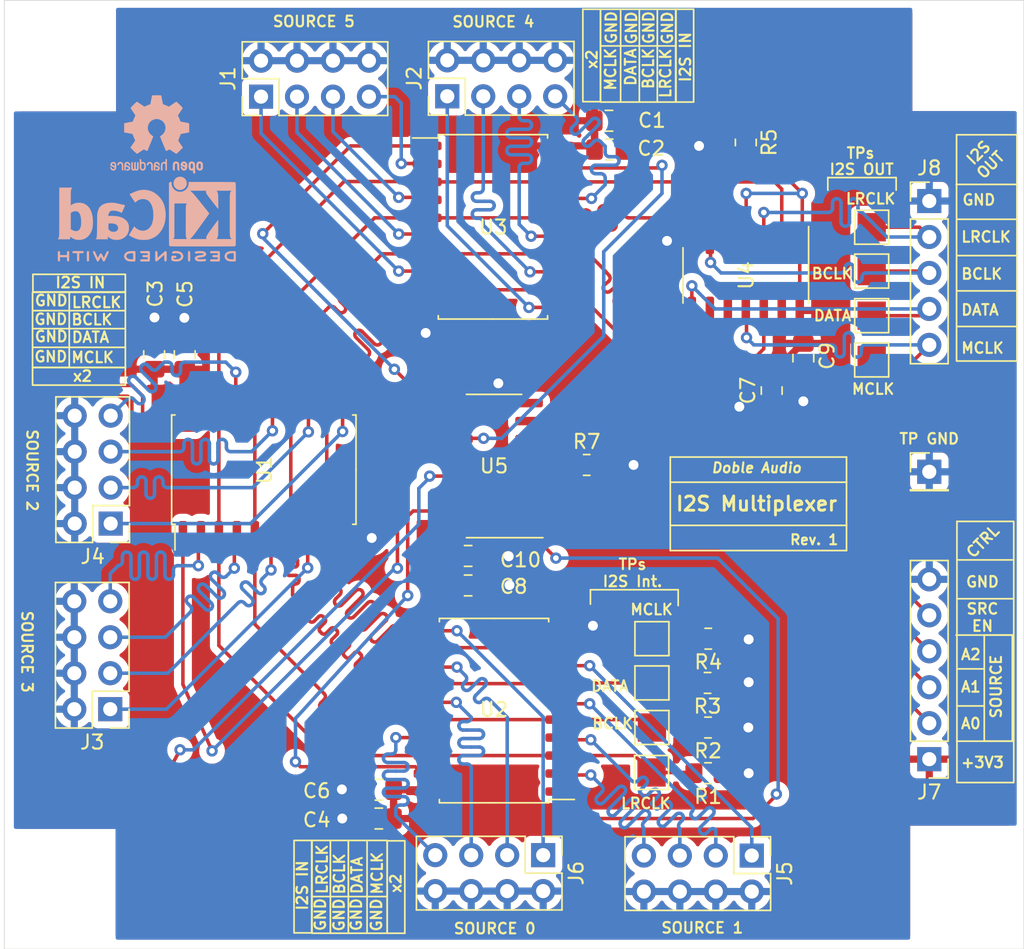
<source format=kicad_pcb>
(kicad_pcb (version 20211014) (generator pcbnew)
  (layers (0 "F.Cu" signal) (31 "B.Cu" signal) (34 "B.Paste" user) (35 "F.Paste" user) (36 "B.SilkS" user "B.Silkscreen") (37 "F.SilkS" user "F.Silkscreen") (38 "B.Mask" user) (39 "F.Mask" user) (44 "Edge.Cuts" user))
  (net 0 "")
  (net 1 "GND")
  (net 2 "+3V3")
  (net 3 "MCLK_5")
  (net 4 "DATA_5")
  (net 5 "BCLK_5")
  (net 6 "LRCLK_5")
  (net 7 "MCLK_4")
  (net 8 "DATA_4")
  (net 9 "BCLK_4")
  (net 10 "LRCLK_4")
  (net 11 "LRCLK_3")
  (net 12 "BCLK_3")
  (net 13 "DATA_3")
  (net 14 "MCLK_3")
  (net 15 "MCLK_2")
  (net 16 "DATA_2")
  (net 17 "BCLK_2")
  (net 18 "LRCLK_2")
  (net 19 "LRCLK_1")
  (net 20 "BCLK_1")
  (net 21 "DATA_1")
  (net 22 "MCLK_1")
  (net 23 "LRCLK_0")
  (net 24 "BCLK_0")
  (net 25 "DATA_0")
  (net 26 "MCLK_0")
  (net 28 "SRC_EN")
  (net 29 "A2")
  (net 30 "A1")
  (net 31 "A0")
  (net 32 "MCLK_OUT")
  (net 33 "BCLK_OUT")
  (net 34 "DATA_OUT")
  (net 35 "LRCLK_OUT")
  (net 36 "/LRCLK")
  (net 37 "/BCLK")
  (net 38 "/DATA")
  (net 39 "/MCLK")
  (net 40 "Net-(R5-Pad2)")
  (net 41 "Net-(R7-Pad1)")
  (net 42 "/CH_EN_3")
  (net 43 "/CH_EN_2")
  (net 44 "/CH_EN_0")
  (net 45 "/CH_EN_1")
  (net 46 "/CH_EN_5")
  (net 47 "/CH_EN_4")
  (footprint "Capacitor_SMD:C_0805_2012Metric_Pad1.18x1.45mm_HandSolder" (layer "F.Cu") (at 92.701 79.502)
    (fp_text reference "C1")
    (fp_text value "10u")
  )
  (footprint "Capacitor_SMD:C_0805_2012Metric_Pad1.18x1.45mm_HandSolder" (layer "F.Cu") (at 92.719 81.534)
    (fp_text reference "C2")
    (fp_text value "100n")
  )
  (footprint "Capacitor_SMD:C_0805_2012Metric_Pad1.18x1.45mm_HandSolder" (layer "F.Cu") (at 60.579 96.012 -90)
    (fp_text reference "C3")
    (fp_text value "10u")
  )
  (footprint "Capacitor_SMD:C_0805_2012Metric_Pad1.18x1.45mm_HandSolder" (layer "F.Cu") (at 76.445 128.778 180)
    (fp_text reference "C4")
    (fp_text value "10u")
  )
  (footprint "Capacitor_SMD:C_0805_2012Metric_Pad1.18x1.45mm_HandSolder" (layer "F.Cu") (at 62.738 96.012 -90)
    (fp_text reference "C5")
    (fp_text value "100n")
  )
  (footprint "Capacitor_SMD:C_0805_2012Metric_Pad1.18x1.45mm_HandSolder" (layer "F.Cu") (at 76.454 126.746 180)
    (fp_text reference "C6")
    (fp_text value "100n")
  )
  (footprint "Capacitor_SMD:C_0805_2012Metric_Pad1.18x1.45mm_HandSolder" (layer "F.Cu") (at 104.1908 98.5559 90)
    (fp_text reference "C7")
    (fp_text value "10u")
  )
  (footprint "Capacitor_SMD:C_0805_2012Metric_Pad1.18x1.45mm_HandSolder" (layer "F.Cu") (at 82.7532 112.3188)
    (fp_text reference "C8")
    (fp_text value "10u")
  )
  (footprint "Capacitor_SMD:C_0805_2012Metric_Pad1.18x1.45mm_HandSolder" (layer "F.Cu") (at 106.426 96.266 90)
    (fp_text reference "C9")
    (fp_text value "100n")
  )
  (footprint "Capacitor_SMD:C_0805_2012Metric_Pad1.18x1.45mm_HandSolder" (layer "F.Cu") (at 82.7532 110.236)
    (fp_text reference "C10")
    (fp_text value "100n")
  )
  (footprint "Connector_PinHeader_2.54mm:PinHeader_1x05_P2.54mm_Vertical" (layer "F.Cu") (at 115.3188 85.1712)
    (fp_text reference "J8")
    (fp_text value "Conn_01x05")
  )
  (footprint "Resistor_SMD:R_0805_2012Metric_Pad1.20x1.40mm_HandSolder" (layer "F.Cu") (at 99.695 125.5776 180)
    (fp_text reference "R1")
    (fp_text value "10K")
  )
  (footprint "Resistor_SMD:R_0805_2012Metric_Pad1.20x1.40mm_HandSolder" (layer "F.Cu") (at 99.695 122.3518 180)
    (fp_text reference "R2")
    (fp_text value "10K")
  )
  (footprint "Resistor_SMD:R_0805_2012Metric_Pad1.20x1.40mm_HandSolder" (layer "F.Cu") (at 99.6602 119.2022 180)
    (fp_text reference "R3")
    (fp_text value "10K")
  )
  (footprint "Resistor_SMD:R_0805_2012Metric_Pad1.20x1.40mm_HandSolder" (layer "F.Cu") (at 99.711 116.078 180)
    (fp_text reference "R4")
    (fp_text value "10K")
  )
  (footprint "Resistor_SMD:R_0805_2012Metric_Pad1.20x1.40mm_HandSolder" (layer "F.Cu") (at 102.362 81.035 -90)
    (fp_text reference "R5")
    (fp_text value "10K")
  )
  (footprint "Resistor_SMD:R_0805_2012Metric_Pad1.20x1.40mm_HandSolder" (layer "F.Cu") (at 91.1258 103.8098)
    (fp_text reference "R7")
    (fp_text value "10K")
  )
  (footprint "Package_SO:SOIC-20W_7.5x12.8mm_P1.27mm" (layer "F.Cu") (at 68.326 104.14 90)
    (fp_text reference "U1")
    (fp_text value "74HC244")
  )
  (footprint "Package_SO:SOIC-20W_7.5x12.8mm_P1.27mm" (layer "F.Cu") (at 84.582 121.158 180)
    (fp_text reference "U2")
    (fp_text value "74HC244")
  )
  (footprint "Package_SO:SOIC-20W_7.5x12.8mm_P1.27mm" (layer "F.Cu") (at 84.504 86.995)
    (fp_text reference "U3")
    (fp_text value "74HC244")
  )
  (footprint "Package_SO:SOIC-14_3.9x8.7mm_P1.27mm" (layer "F.Cu") (at 102.362 90.424 -90)
    (fp_text reference "U4")
    (fp_text value "74HC126")
  )
  (footprint "Package_SO:SOIC-16_3.9x9.9mm_P1.27mm" (layer "F.Cu") (at 84.582 103.886 180)
    (fp_text reference "U5")
    (fp_text value "74LS138")
  )
  (footprint "Connector_PinHeader_2.54mm:PinHeader_1x01_P2.54mm_Vertical" (layer "F.Cu") (at 115.3188 104.2924)
    (fp_text reference "TP GND")
    (fp_text value "TP_GND")
  )
  (footprint "MountingHole:MountingHole_3.2mm_M3_DIN965" (layer "F.Cu") (at 118 133)
    (fp_text reference "H4" hide)
    (fp_text value "MountingHole" hide)
  )
  (footprint "Connector_PinHeader_2.54mm:PinHeader_2x04_P2.54mm_Vertical" (layer "F.Cu") (at 88.0518 131.3638 -90)
    (fp_text reference "J6")
    (fp_text value "Conn_02x04_Odd_Even" hide)
  )
  (footprint "Connector_PinHeader_2.54mm:PinHeader_2x04_P2.54mm_Vertical" (layer "F.Cu") (at 57.4802 121.0564 180)
    (fp_text reference "J3")
    (fp_text value "Conn_02x04_Odd_Even" hide)
  )
  (footprint "Connector_PinHeader_2.54mm:PinHeader_2x04_P2.54mm_Vertical" (layer "F.Cu") (at 68.1286 77.8002 90)
    (fp_text reference "J1")
    (fp_text value "Conn_02x04_Odd_Even" hide)
  )
  (footprint "MountingHole:MountingHole_3.2mm_M3_DIN965" (layer "F.Cu") (at 118 75)
    (fp_text reference "H3" hide)
    (fp_text value "MountingHole" hide)
  )
  (footprint "TestPoint:TestPoint_Pad_2.0x2.0mm" (layer "F.Cu") (at 95.7326 122.3518)
    (fp_text reference "TP3" hide)
    (fp_text value "TestPoint")
  )
  (footprint "TestPoint:TestPoint_Pad_2.0x2.0mm" (layer "F.Cu") (at 111.252 96.393)
    (fp_text reference "TP9" hide)
    (fp_text value "TestPoint")
  )
  (footprint "TestPoint:TestPoint_Pad_2.0x2.0mm" (layer "F.Cu") (at 111.252 90.1192)
    (fp_text reference "TP7" hide)
    (fp_text value "TestPoint")
  )
  (footprint "TestPoint:TestPoint_Pad_2.0x2.0mm" (layer "F.Cu") (at 95.7326 119.2022)
    (fp_text reference "TP4" hide)
    (fp_text value "TestPoint")
  )
  (footprint "MountingHole:MountingHole_3.2mm_M3_DIN965" (layer "F.Cu") (at 54 133)
    (fp_text reference "H2" hide)
    (fp_text value "MountingHole" hide)
  )
  (footprint "TestPoint:TestPoint_Pad_2.0x2.0mm" (layer "F.Cu") (at 95.7072 125.5268)
    (fp_text reference "TP2" hide)
    (fp_text value "TestPoint")
  )
  (footprint "TestPoint:TestPoint_Pad_2.0x2.0mm" (layer "F.Cu") (at 95.7326 116.078)
    (fp_text reference "TP5" hide)
    (fp_text value "TestPoint")
  )
  (footprint "MountingHole:MountingHole_3.2mm_M3_DIN965" (layer "F.Cu") (at 54 75)
    (fp_text reference "H1" hide)
    (fp_text value "MountingHole" hide)
  )
  (footprint "Connector_PinHeader_2.54mm:PinHeader_1x06_P2.54mm_Vertical" (layer "F.Cu") (at 115.3188 124.587 180)
    (fp_text reference "J7")
    (fp_text value "Conn_01x06")
  )
  (footprint "Connector_PinHeader_2.54mm:PinHeader_2x04_P2.54mm_Vertical" (layer "F.Cu") (at 102.7838 131.3942 -90)
    (fp_text reference "J5")
    (fp_text value "Conn_02x04_Odd_Even" hide)
  )
  (footprint "TestPoint:TestPoint_Pad_2.0x2.0mm" (layer "F.Cu") (at 111.252 87.0204)
    (fp_text reference "TP6" hide)
    (fp_text value "TestPoint")
  )
  (footprint "Connector_PinHeader_2.54mm:PinHeader_2x04_P2.54mm_Vertical" (layer "F.Cu") (at 57.5106 107.95 180)
    (fp_text reference "J4")
    (fp_text value "Conn_02x04_Odd_Even" hide)
  )
  (footprint "Connector_PinHeader_2.54mm:PinHeader_2x04_P2.54mm_Vertical" (layer "F.Cu") (at 81.28 77.7748 90)
    (fp_text reference "J2")
    (fp_text value "Conn_02x04_Odd_Even" hide)
  )
  (footprint "TestPoint:TestPoint_Pad_2.0x2.0mm" (layer "F.Cu") (at 111.252 93.2688)
    (fp_text reference "TP8" hide)
    (fp_text value "TestPoint")
  )
  (footprint "Symbol:OSHW-Logo2_7.3x6mm_SilkScreen" (layer "B.Cu") (at 60.7568 80.4672 180)
    (fp_text reference "REF**" hide)
    (fp_text value "OSHW-Logo2_7.3x6mm_SilkScreen" hide)
  )
  (footprint "Symbol:KiCad-Logo2_5mm_SilkScreen" (layer "B.Cu") (at 60.071 86.4362 180)
    (fp_text reference "REF**" hide)
    (fp_text value "KiCad-Logo2_5mm_SilkScreen" hide)
  )
  (gr_line (start 97.028 105.029) (end 97.028 108.077) (layer "F.SilkS") (width 0.12))
  (gr_line (start 97.028 108.077) (end 109.474 108.077) (layer "F.SilkS") (width 0.12))
  (gr_line (start 109.474 105.029) (end 97.028 105.029) (layer "F.SilkS") (width 0.12))
  (gr_line (start 109.474 108.077) (end 109.474 105.029) (layer "F.SilkS") (width 0.12))
  (gr_line (start 109.474 103.251) (end 109.474 105.029) (layer "F.SilkS") (width 0.12))
  (gr_line (start 109.474 109.855) (end 109.474 108.077) (layer "F.SilkS") (width 0.12))
  (gr_line (start 108.1532 83.5152) (end 112.9792 83.5152) (layer "F.SilkS") (width 0.12))
  (gr_line (start 73.025 136.8552) (end 73.025 130.3528) (layer "F.SilkS") (width 0.12))
  (gr_line (start 117.2591 123.317) (end 121.2469 123.317) (layer "F.SilkS") (width 0.12))
  (gr_line (start 117.2083 115.824) (end 121.1961 115.824) (layer "F.SilkS") (width 0.12))
  (gr_line (start 92.1258 74.2188) (end 97.409 74.2188) (layer "F.SilkS") (width 0.12))
  (gr_line (start 108.1532 84.4042) (end 108.1532 83.5152) (layer "F.SilkS") (width 0.12))
  (gr_line (start 97.028 108.077) (end 97.028 109.855) (layer "F.SilkS") (width 0.12))
  (gr_rect (start 117.2464 80.4926) (end 121.5136 96.4692) (layer "F.SilkS") (width 0.12) (fill none))
  (gr_line (start 52.0192 92.9132) (end 58.5216 92.9132) (layer "F.SilkS") (width 0.12))
  (gr_line (start 97.028 105.029) (end 97.028 103.251) (layer "F.SilkS") (width 0.12))
  (gr_line (start 112.9792 83.5152) (end 112.9792 84.4042) (layer "F.SilkS") (width 0.12))
  (gr_poly (pts (xy 52.0192 90.3478) (xy 52.0192 91.5924) (xy 58.547 91.5924) (xy 58.547 90.3478)) (layer "F.SilkS") (width 0.12) (fill none))
  (gr_line (start 91.3892 113.6396) (end 91.3892 112.6236) (layer "F.SilkS") (width 0.12))
  (gr_line (start 52.07 95.504) (end 58.547 95.504) (layer "F.SilkS") (width 0.12))
  (gr_poly (pts (xy 51.993799 96.9264) (xy 51.9938 91.6178) (xy 58.547 91.6178) (xy 58.547 96.926399)) (layer "F.SilkS") (width 0.12) (fill none))
  (gr_poly (pts (xy 70.4596 136.8552) (xy 71.7042 136.8552) (xy 71.7042 130.3274) (xy 70.4596 130.3274)) (layer "F.SilkS") (width 0.12) (fill none))
  (gr_line (start 93.5228 71.7042) (end 93.5228 78.1558) (layer "F.SilkS") (width 0.12))
  (gr_line (start 117.2845 94.0308) (end 121.5263 94.0308) (layer "F.SilkS") (width 0.12))
  (gr_line (start 117.2972 120.8278) (end 119.1768 120.8278) (layer "F.SilkS") (width 0.12))
  (gr_poly (pts (xy 77.0382 136.880601) (xy 71.7296 136.8806) (xy 71.7296 130.3274) (xy 77.038199 130.3274)) (layer "F.SilkS") (width 0.12) (fill none))
  (gr_line (start 117.2845 89.027) (end 121.5263 89.027) (layer "F.SilkS") (width 0.12))
  (gr_rect (start 92.1004 71.628) (end 90.8558 78.1558) (layer "F.SilkS") (width 0.12) (fill none))
  (gr_rect (start 98.679 71.628) (end 97.4344 78.1812) (layer "F.SilkS") (width 0.12) (fill none))
  (gr_line (start 96.1136 71.6534) (end 96.1136 78.1558) (layer "F.SilkS") (width 0.12))
  (gr_line (start 94.8436 71.628) (end 94.8436 78.1304) (layer "F.SilkS") (width 0.12))
  (gr_line (start 74.295 136.8806) (end 74.295 130.3782) (layer "F.SilkS") (width 0.12))
  (gr_line (start 117.221 83.9978) (end 121.4628 83.9978) (layer "F.SilkS") (width 0.12))
  (gr_line (start 117.2972 110.5154) (end 121.285 110.5154) (layer "F.SilkS") (width 0.12))
  (gr_line (start 117.3226 118.2116) (end 119.2022 118.2116) (layer "F.SilkS") (width 0.12))
  (gr_line (start 97.028 109.855) (end 109.474 109.855) (layer "F.SilkS") (width 0.12))
  (gr_line (start 91.3892 112.6236) (end 97.5868 112.6236) (layer "F.SilkS") (width 0.12))
  (gr_line (start 54.5846 96.901) (end 54.5846 91.6178) (layer "F.SilkS") (width 0.12))
  (gr_line (start 117.2845 113.2586) (end 121.2723 113.2586) (layer "F.SilkS") (width 0.12))
  (gr_rect (start 92.1004 71.628) (end 97.409 78.1812) (layer "F.SilkS") (width 0.12) (fill none))
  (gr_rect (start 117.2718 107.7976) (end 121.285 126.238) (layer "F.SilkS") (width 0.12) (fill none))
  (gr_poly (pts (xy 51.993799 96.9264) (xy 51.993799 98.171) (xy 58.547 98.171) (xy 58.547 96.9264)) (layer "F.SilkS") (width 0.12) (fill none))
  (gr_line (start 97.5868 112.6236) (end 97.5868 113.7412) (layer "F.SilkS") (width 0.12))
  (gr_rect (start 119.2022 115.824) (end 121.1834 123.317) (layer "F.SilkS") (width 0.12) (fill none))
  (gr_line (start 51.9938 94.1832) (end 58.4962 94.1832) (layer "F.SilkS") (width 0.12))
  (gr_line (start 117.2845 86.4616) (end 121.5263 86.4616) (layer "F.SilkS") (width 0.12))
  (gr_poly (pts (xy 77.0382 136.880601) (xy 78.2828 136.880601) (xy 78.2828 130.3528) (xy 77.0382 130.3528)) (layer "F.SilkS") (width 0.12) (fill none))
  (gr_line (start 77.0128 134.2898) (end 71.7296 134.2898) (layer "F.SilkS") (width 0.12))
  (gr_line (start 75.6158 136.8044) (end 75.6158 130.3528) (layer "F.SilkS") (width 0.12))
  (gr_line (start 97.028 103.251) (end 109.474 103.251) (layer "F.SilkS") (width 0.12))
  (gr_line (start 117.3099 91.5162) (end 121.5517 91.5162) (layer "F.SilkS") (width 0.12))
  (gr_rect (start 50 71) (end 122 138) (layer "Edge.Cuts") (width 0.05) (fill none))
  (gr_text "I2S Multiplexer" (at 103.124 106.553) (layer "F.SilkS") (effects (font (size 1 1) (thickness 0.2))))
  (gr_text "SOURCE 2\n\n" (at 51.3588 104.1908 270) (layer "F.SilkS") (effects (font (size 0.75 0.75))))
  (gr_text "+3V3" (at 119.076743 124.8156) (layer "F.SilkS") (effects (font (size 0.75 0.75))))
  (gr_text "Rev. 1" (at 107.188 109.093) (layer "F.SilkS") (effects (font (size 0.7 0.7))))
  (gr_text "GND" (at 53.285201 96.1644) (layer "F.SilkS") (effects (font (size 0.75 0.75))))
  (gr_text "I2S\nOUT" (at 119.2276 82.1944 45) (layer "F.SilkS") (effects (font (size 0.75 0.75))))
  (gr_text "GND" (at 95.504 72.922171 90) (layer "F.SilkS") (effects (font (size 0.75 0.75))))
  (gr_text "GND" (at 76.2762 135.589199 90) (layer "F.SilkS") (effects (font (size 0.75 0.75))))
  (gr_text "I2S OUT" (at 110.5408 82.931) (layer "F.SilkS") (effects (font (size 0.75 0.75))))
  (gr_text "DATA" (at 118.900628 92.8624) (layer "F.SilkS") (effects (font (size 0.75 0.75))))
  (gr_text "LRCLK\n" (at 72.4408 132.3594 90) (layer "F.SilkS") (effects (font (size 0.75 0.75))))
  (gr_text "SOURCE 3\n\n" (at 51 117 270) (layer "F.SilkS") (effects (font (size 0.75 0.75))))
  (gr_text "Doble Audio" (at 103.124 104.013) (layer "F.SilkS") (effects (font (size 0.7 0.7) (thickness 0.15) italic)))
  (gr_text "TPs" (at 110.4646 81.788) (layer "F.SilkS") (effects (font (size 0.75 0.75))))
  (gr_text "GND" (at 73.6346 135.586429 90) (layer "F.SilkS") (effects (font (size 0.75 0.75))))
  (gr_text "DATA" (at 56.0832 94.7928) (layer "F.SilkS") (effects (font (size 0.75 0.75))))
  (gr_text "DATA" (at 74.9046 132.7912 90) (layer "F.SilkS") (effects (font (size 0.75 0.75))))
  (gr_text "A1\n" (at 118.255314 119.4816) (layer "F.SilkS") (effects (font (size 0.75 0.75))))
  (gr_text "LRCLK" (at 111.1758 85.0138) (layer "F.SilkS") (effects (font (size 0.75 0.75))))
  (gr_text "BCLK" (at 108.458 90.297) (layer "F.SilkS") (effects (font (size 0.75 0.75))))
  (gr_text "I2S IN" (at 71.0438 133.502401 90) (layer "F.SilkS") (effects (font (size 0.75 0.75))))
  (gr_text "GND\n" (at 119.0752 112.0648) (layer "F.SilkS") (effects (font (size 0.75 0.75))))
  (gr_text "I2S IN" (at 55.371999 90.932) (layer "F.SilkS") (effects (font (size 0.75 0.75))))
  (gr_text "BCLK" (at 95.4786 75.819 90) (layer "F.SilkS") (effects (font (size 0.75 0.75))))
  (gr_text "SOURCE 4" (at 84.5312 72.517) (layer "F.SilkS") (effects (font (size 0.75 0.75))))
  (gr_text "BCLK\n" (at 92.964 122.0724) (layer "F.SilkS") (effects (font (size 0.75 0.75))))
  (gr_text "DATA" (at 108.4834 93.2688) (layer "F.SilkS") (effects (font (size 0.75 0.75))))
  (gr_text "DATA" (at 94.234 75.7174 90) (layer "F.SilkS") (effects (font (size 0.75 0.75))))
  (gr_text "GND" (at 72.313801 135.5598 90) (layer "F.SilkS") (effects (font (size 0.75 0.75))))
  (gr_text "SOURCE 0\n" (at 84.6328 136.5504) (layer "F.SilkS") (effects (font (size 0.75 0.75))))
  (gr_text "SRC\nEN\n" (at 119.0752 114.5794) (layer "F.SilkS") (effects (font (size 0.75 0.75))))
  (gr_text "MCLK" (at 56.235599 96.2152) (layer "F.SilkS") (effects (font (size 0.75 0.75))))
  (gr_text "BCLK\n" (at 119.025628 90.3224) (layer "F.SilkS") (effects (font (size 0.75 0.75))))
  (gr_text "A0" (at 118.255314 122.0724) (layer "F.SilkS") (effects (font (size 0.75 0.75))))
  (gr_text "DATA" (at 92.7608 119.4308) (layer "F.SilkS") (effects (font (size 0.75 0.75))))
  (gr_text "x2\n" (at 91.4908 75.1586 90) (layer "F.SilkS") (effects (font (size 0.75 0.75))))
  (gr_text "I2S IN" (at 98.0948 75.0062 90) (layer "F.SilkS") (effects (font (size 0.75 0.75))))
  (gr_text "CTRL" (at 119.1006 109.22 45) (layer "F.SilkS") (effects (font (size 0.75 0.75))))
  (gr_text "TPs\nI2S Int." (at 94.361 111.4298) (layer "F.SilkS") (effects (font (size 0.75 0.75))))
  (gr_text "LRCLK\n" (at 119.3292 87.7062) (layer "F.SilkS") (effects (font (size 0.75 0.75))))
  (gr_text "GND" (at 96.8248 72.9488 90) (layer "F.SilkS") (effects (font (size 0.75 0.75))))
  (gr_text "SOURCE 1\n" (at 99.2886 136.4996) (layer "F.SilkS") (effects (font (size 0.75 0.75))))
  (gr_text "GND" (at 74.8538 135.563029 90) (layer "F.SilkS") (effects (font (size 0.75 0.75))))
  (gr_text "x2\n" (at 77.6478 133.35 90) (layer "F.SilkS") (effects (font (size 0.75 0.75))))
  (gr_text "GND" (at 94.2848 72.945571 90) (layer "F.SilkS") (effects (font (size 0.75 0.75))))
  (gr_text "GND" (at 53.311371 94.742) (layer "F.SilkS") (effects (font (size 0.75 0.75))))
  (gr_text "MCLK" (at 92.8116 75.8698 90) (layer "F.SilkS") (effects (font (size 0.75 0.75))))
  (gr_text "LRCLK\n" (at 56.515 92.329) (layer "F.SilkS") (effects (font (size 0.75 0.75))))
  (gr_text "GND" (at 53.3146 92.202001) (layer "F.SilkS") (effects (font (size 0.75 0.75))))
  (gr_text "SOURCE 5\n" (at 71.8566 72.4916) (layer "F.SilkS") (effects (font (size 0.75 0.75))))
  (gr_text "BCLK" (at 73.66 132.6896 90) (layer "F.SilkS") (effects (font (size 0.75 0.75))))
  (gr_text "GND" (at 53.287971 93.5228) (layer "F.SilkS") (effects (font (size 0.75 0.75))))
  (gr_text "GND" (at 92.8624 72.9194 90) (layer "F.SilkS") (effects (font (size 0.75 0.75))))
  (gr_text "MCLK" (at 119.0792 95.5548) (layer "F.SilkS") (effects (font (size 0.75 0.75))))
  (gr_text "SOURCE" (at 120.0404 119.4562 90) (layer "F.SilkS") (effects (font (size 0.75 0.75))))
  (gr_text "MCLK" (at 95.7072 114.0206) (layer "F.SilkS") (effects (font (size 0.75 0.75))))
  (gr_text "GND\n" (at 118.8212 85.09) (layer "F.SilkS") (effects (font (size 0.75 0.75))))
  (gr_text "LRCLK\n" (at 95.3008 127.7112) (layer "F.SilkS") (effects (font (size 0.75 0.75))))
  (gr_text "x2\n" (at 55.5244 97.536) (layer "F.SilkS") (effects (font (size 0.75 0.75))))
  (gr_text "LRCLK\n" (at 96.6978 76.1492 90) (layer "F.SilkS") (effects (font (size 0.75 0.75))))
  (gr_text "BCLK" (at 56.1848 93.5482) (layer "F.SilkS") (effects (font (size 0.75 0.75))))
  (gr_text "A2" (at 118.255314 117.1956) (layer "F.SilkS") (effects (font (size 0.75 0.75))))
  (gr_text "MCLK" (at 111.3536 98.4504) (layer "F.SilkS") (effects (font (size 0.75 0.75))))
  (gr_text "MCLK" (at 76.327 132.638801 90) (layer "F.SilkS") (effects (font (size 0.75 0.75))))
  (segment (start 79.854 92.71) (end 79.854 94.39) (width 0.5) (layer "F.Cu") (net 1))
  (segment (start 104.0892 99.695) (end 104.1908 99.5934) (width 0.5) (layer "F.Cu") (net 1))
  (segment (start 100.695 125.5776) (end 102.5652 125.5776) (width 0.5) (layer "F.Cu") (net 1))
  (segment (start 91.2876 115.443) (end 91.567 115.1636) (width 0.5) (layer "F.Cu") (net 1))
  (segment (start 75.429 126.746) (end 73.8378 126.7206) (width 0.5) (layer "F.Cu") (net 1))
  (segment (start 60.6044 93.3958) (end 60.6298 94.9237) (width 0.5) (layer "F.Cu") (net 1))
  (segment (start 102.5144 119.2022) (end 102.5652 119.1514) (width 0.5) (layer "F.Cu") (net 1))
  (segment (start 100.6602 119.2022) (end 102.5144 119.2022) (width 0.5) (layer "F.Cu") (net 1))
  (segment (start 62.7126 93.4212) (end 62.738 93.1418) (width 0.5) (layer "F.Cu") (net 1))
  (segment (start 98.552 87.949) (end 96.836 87.949) (width 0.5) (layer "F.Cu") (net 1))
  (segment (start 92.1258 103.8098) (end 94.4372 103.8098) (width 0.5) (layer "F.Cu") (net 1))
  (segment (start 99.06 81.28) (end 93.998 81.28) (width 0.5) (layer "F.Cu") (net 1))
  (segment (start 62.738 93.1418) (end 62.738 94.9745) (width 0.5) (layer "F.Cu") (net 1))
  (segment (start 79.854 94.39) (end 79.756 94.488) (width 0.5) (layer "F.Cu") (net 1))
  (segment (start 87.057 99.441) (end 86.2838 99.441) (width 0.5) (layer "F.Cu") (net 1))
  (segment (start 106.426 97.291) (end 106.426 99.314) (width 0.5) (layer "F.Cu") (net 1))
  (segment (start 89.232 115.443) (end 91.2876 115.443) (width 0.5) (layer "F.Cu") (net 1))
  (segment (start 75.77 108.79) (end 75.946 108.966) (width 0.5) (layer "F.Cu") (net 1))
  (segment (start 100.711 116.078) (end 102.5144 116.078) (width 0.5) (layer "F.Cu") (net 1))
  (segment (start 60.6298 94.9237) (end 60.579 94.9745) (width 0.5) (layer "F.Cu") (net 1))
  (segment (start 93.726 79.502) (end 93.726 81.516) (width 0.5) (layer "F.Cu") (net 1))
  (segment (start 85.598 110.236) (end 85.6234 110.2614) (width 0.5) (layer "F.Cu") (net 1))
  (segment (start 102.5144 116.078) (end 102.5652 116.1288) (width 0.5) (layer "F.Cu") (net 1))
  (segment (start 100.695 122.3518) (end 102.5398 122.3518) (width 0.5) (layer "F.Cu") (net 1))
  (segment (start 83.7907 110.236) (end 85.598 110.236) (width 0.5) (layer "F.Cu") (net 1))
  (segment (start 74.041 108.79) (end 75.77 108.79) (width 0.5) (layer "F.Cu") (net 1))
  (segment (start 101.9048 99.695) (end 104.0892 99.695) (width 0.5) (layer "F.Cu") (net 1))
  (segment (start 83.7907 112.3188) (end 85.6488 112.3188) (width 0.5) (layer "F.Cu") (net 1))
  (segment (start 75.42 128.778) (end 73.8632 128.778) (width 0.5) (layer "F.Cu") (net 1))
  (segment (start 85.6488 112.3188) (end 85.6742 112.2934) (width 0.5) (layer "F.Cu") (net 1))
  (segment (start 93.726 81.516) (end 93.744 81.534) (width 0.5) (layer "F.Cu") (net 1))
  (segment (start 96.836 87.949) (end 96.7994 87.9856) (width 0.5) (layer "F.Cu") (net 1))
  (segment (start 93.998 81.28) (end 93.744 81.534) (width 0.5) (layer "F.Cu") (net 1))
  (segment (start 86.2838 99.441) (end 84.8868 98.044) (width 0.5) (layer "F.Cu") (net 1))
  (via (at 79.756 94.488) (size 1.5) (drill 0.7) (layers "F.Cu" "B.Cu") (net 1))
  (via (at 73.8632 128.778) (size 1.5) (drill 0.7) (layers "F.Cu" "B.Cu") (net 1))
  (via (at 102.5398 122.3518) (size 1.5) (drill 0.7) (layers "F.Cu" "B.Cu") (net 1))
  (via (at 84.8868 98.044) (size 1.5) (drill 0.7) (layers "F.Cu" "B.Cu") (net 1))
  (via (at 62.7126 93.4212) (size 1.5) (drill 0.7) (layers "F.Cu" "B.Cu") (net 1))
  (via (at 102.5652 119.1514) (size 1.5) (drill 0.7) (layers "F.Cu" "B.Cu") (net 1))
  (via (at 106.426 99.314) (size 1.5) (drill 0.7) (layers "F.Cu" "B.Cu") (net 1))
  (via (at 73.8378 126.7206) (size 1.5) (drill 0.7) (layers "F.Cu" "B.Cu") (net 1))
  (via (at 99.06 81.28) (size 1.5) (drill 0.7) (layers "F.Cu" "B.Cu") (net 1))
  (via (at 102.5652 116.1288) (size 1.5) (drill 0.7) (layers "F.Cu" "B.Cu") (net 1))
  (via (at 101.9048 99.695) (size 1.5) (drill 0.7) (layers "F.Cu" "B.Cu") (net 1))
  (via (at 60.6044 93.3958) (size 1.5) (drill 0.7) (layers "F.Cu" "B.Cu") (net 1))
  (via (at 85.6234 110.2614) (size 1.5) (drill 0.7) (layers "F.Cu" "B.Cu") (net 1))
  (via (at 102.5652 125.5776) (size 1.5) (drill 0.7) (layers "F.Cu" "B.Cu") (net 1))
  (via (at 75.946 108.966) (size 1.5) (drill 0.7) (layers "F.Cu" "B.Cu") (net 1))
  (via (at 94.4372 103.8098) (size 1.5) (drill 0.7) (layers "F.Cu" "B.Cu") (net 1))
  (via (at 91.567 115.1636) (size 1.5) (drill 0.7) (layers "F.Cu" "B.Cu") (net 1))
  (via (at 85.6742 112.2934) (size 1.5) (drill 0.7) (layers "F.Cu" "B.Cu") (net 1))
  (via (at 96.7994 87.9856) (size 1.5) (drill 0.7) (layers "F.Cu" "B.Cu") (net 1))
  (segment (start 106.172 92.899) (end 106.172 94.9745) (width 0.5) (layer "F.Cu") (net 2))
  (segment (start 89.154 81.28) (end 91.44 81.28) (width 0.5) (layer "F.Cu") (net 2))
  (segment (start 106.345676 95.2285) (end 104.1908 97.383376) (width 0.5) (layer "F.Cu") (net 2))
  (segment (start 91.694 81.534) (end 91.694 79.52) (width 0.5) (layer "F.Cu") (net 2))
  (segment (start 77.4915 126.746) (end 79.805 126.746) (width 0.5) (layer "F.Cu") (net 2))
  (segment (start 77.4915 128.769) (end 77.4825 128.778) (width 0.5) (layer "F.Cu") (net 2))
  (segment (start 77.4915 126.746) (end 77.4915 128.769) (width 0.5) (layer "F.Cu") (net 2))
  (segment (start 79.805 126.746) (end 79.932 126.873) (width 0.5) (layer "F.Cu") (net 2))
  (segment (start 62.738 97.0495) (end 60.579 97.0495) (width 0.5) (layer "F.Cu") (net 2))
  (segment (start 62.611 99.49) (end 62.611 97.1765) (width 0.5) (layer "F.Cu") (net 2))
  (segment (start 91.694 79.52) (end 91.676 79.502) (width 0.5) (layer "F.Cu") (net 2))
  (segment (start 91.44 81.28) (end 91.694 81.534) (width 0.5) (layer "F.Cu") (net 2))
  (segment (start 106.172 94.9745) (end 106.426 95.2285) (width 0.5) (layer "F.Cu") (net 2))
  (segment (start 104.1908 97.383376) (end 104.1908 97.5184) (width 0.5) (layer "F.Cu") (net 2))
  (segment (start 106.426 95.2285) (end 106.345676 95.2285) (width 0.5) (layer "F.Cu") (net 2))
  (segment (start 62.611 97.1765) (end 62.738 97.0495) (width 0.5) (layer "F.Cu") (net 2))
  (segment (start 77.851 90.1192) (end 79.8032 90.1192) (width 0.25) (layer "F.Cu") (net 3))
  (segment (start 79.8032 90.1192) (end 79.854 90.17) (width 0.25) (layer "F.Cu") (net 3))
  (via (at 77.851 90.1192) (size 0.8) (drill 0.4) (layers "F.Cu" "B.Cu") (net 3))
  (segment (start 68.1286 77.8002) (end 68.1286 80.3968) (width 0.25) (layer "B.Cu") (net 3))
  (segment (start 68.1286 80.3968) (end 77.851 90.1192) (width 0.25) (layer "B.Cu") (net 3))
  (segment (start 77.851 87.503) (end 79.727 87.503) (width 0.25) (layer "F.Cu") (net 4))
  (segment (start 79.727 87.503) (end 79.854 87.63) (width 0.25) (layer "F.Cu") (net 4))
  (via (at 77.851 87.503) (size 0.8) (drill 0.4) (layers "F.Cu" "B.Cu") (net 4))
  (segment (start 70.6686 77.8002) (end 70.6686 80.3206) (width 0.25) (layer "B.Cu") (net 4))
  (segment (start 70.6686 80.3206) (end 77.851 87.503) (width 0.25) (layer "B.Cu") (net 4))
  (segment (start 79.6762 84.9122) (end 79.854 85.09) (width 0.25) (layer "F.Cu") (net 5))
  (segment (start 77.851 84.9122) (end 79.6762 84.9122) (width 0.25) (layer "F.Cu") (net 5))
  (via (at 77.851 84.9122) (size 0.8) (drill 0.4) (layers "F.Cu" "B.Cu") (net 5))
  (segment (start 73.2086 80.2698) (end 77.851 84.9122) (width 0.25) (layer "B.Cu") (net 5))
  (segment (start 73.2086 77.8002) (end 73.2086 80.2698) (width 0.25) (layer "B.Cu") (net 5))
  (segment (start 79.8286 82.5246) (end 79.854 82.55) (width 0.25) (layer "F.Cu") (net 6))
  (segment (start 78.0288 82.5246) (end 79.8286 82.5246) (width 0.25) (layer "F.Cu") (net 6))
  (via (at 78.0288 82.5246) (size 0.8) (drill 0.4) (layers "F.Cu" "B.Cu") (net 6))
  (segment (start 77.5716 77.8002) (end 78.0288 78.2574) (width 0.25) (layer "B.Cu") (net 6))
  (segment (start 75.7486 77.8002) (end 77.5716 77.8002) (width 0.25) (layer "B.Cu") (net 6))
  (segment (start 78.0288 78.2574) (end 78.0288 82.5246) (width 0.25) (layer "B.Cu") (net 6))
  (segment (start 87.0458 92.6846) (end 89.1286 92.6846) (width 0.25) (layer "F.Cu") (net 7))
  (segment (start 89.1286 92.6846) (end 89.154 92.71) (width 0.25) (layer "F.Cu") (net 7))
  (via (at 87.0458 92.6846) (size 0.8) (drill 0.4) (layers "F.Cu" "B.Cu") (net 7))
  (segment (start 81.28 77.7748) (end 81.28 86.9188) (width 0.25) (layer "B.Cu") (net 7))
  (segment (start 81.28 86.9188) (end 87.0458 92.6846) (width 0.25) (layer "B.Cu") (net 7))
  (segment (start 87.122 90.17) (end 89.154 90.17) (width 0.25) (layer "F.Cu") (net 8))
  (via (at 87.122 90.17) (size 0.8) (drill 0.4) (layers "F.Cu" "B.Cu") (net 8))
  (segment (start 83.52 86.3902) (end 83.347472 86.3902) (width 0.25) (layer "B.Cu") (net 8))
  (segment (start 83.82 84.2902) (end 83.82 83.577172) (width 0.25) (layer "B.Cu") (net 8))
  (segment (start 83.347472 85.7902) (end 83.52 85.7902) (width 0.25) (layer "B.Cu") (net 8))
  (segment (start 83.82 83.577172) (end 83.82 77.7748) (width 0.25) (layer "B.Cu") (net 8))
  (segment (start 83.82 86.868) (end 83.82 86.6902) (width 0.25) (layer "B.Cu") (net 8))
  (segment (start 83.82 85.1902) (end 83.347472 85.1902) (width 0.25) (layer "B.Cu") (net 8))
  (segment (start 84.292528 85.1902) (end 83.82 85.1902) (width 0.25) (layer "B.Cu") (net 8))
  (segment (start 83.347472 84.5902) (end 83.52 84.5902) (width 0.25) (layer "B.Cu") (net 8))
  (segment (start 87.122 90.17) (end 83.82 86.868) (width 0.25) (layer "B.Cu") (net 8))
  (segment (start 83.52 85.7902) (end 84.292528 85.7902) (width 0.25) (layer "B.Cu") (net 8))
  (arc (start 83.82 86.6902) (mid 83.732132 86.478068) (end 83.52 86.3902) (width 0.25) (layer "B.Cu") (net 8))
  (arc (start 84.292528 85.7902) (mid 84.50466 85.702332) (end 84.592528 85.4902) (width 0.25) (layer "B.Cu") (net 8))
  (arc (start 83.347472 86.3902) (mid 83.13534 86.302332) (end 83.047472 86.0902) (width 0.25) (layer "B.Cu") (net 8))
  (arc (start 84.592528 85.4902) (mid 84.50466 85.278068) (end 84.292528 85.1902) (width 0.25) (layer "B.Cu") (net 8))
  (arc (start 83.047472 86.0902) (mid 83.13534 85.878068) (end 83.347472 85.7902) (width 0.25) (layer "B.Cu") (net 8))
  (arc (start 83.047472 84.8902) (mid 83.13534 84.678068) (end 83.347472 84.5902) (width 0.25) (layer "B.Cu") (net 8))
  (arc (start 83.52 84.5902) (mid 83.732132 84.502332) (end 83.82 84.2902) (width 0.25) (layer "B.Cu") (net 8))
  (arc (start 83.347472 85.1902) (mid 83.13534 85.102332) (end 83.047472 84.8902) (width 0.25) (layer "B.Cu") (net 8))
  (segment (start 89.1286 87.6554) (end 89.154 87.63) (width 0.25) (layer "F.Cu") (net 9))
  (segment (start 87.1982 87.6554) (end 89.1286 87.6554) (width 0.25) (layer "F.Cu") (net 9))
  (via (at 87.1982 87.6554) (size 0.8) (drill 0.4) (layers "F.Cu" "B.Cu") (net 9))
  (segment (start 86.66 82.504) (end 86.935103 82.504) (width 0.25) (layer "B.Cu") (net 9))
  (segment (start 85.784897 80.104) (end 86.36 80.104) (width 0.25) (layer "B.Cu") (net 9))
  (segment (start 87.1982 87.6554) (end 86.36 86.8172) (width 0.25) (layer "B.Cu") (net 9))
  (segment (start 86.935103 81.904) (end 86.66 81.904) (width 0.25) (layer "B.Cu") (net 9))
  (segment (start 86.66 81.904) (end 85.784897 81.904) (width 0.25) (layer "B.Cu") (net 9))
  (segment (start 86.36 78.801327) (end 86.36 77.7748) (width 0.25) (layer "B.Cu") (net 9))
  (segment (start 86.36 86.8172) (end 86.36 82.804) (width 0.25) (layer "B.Cu") (net 9))
  (segment (start 86.36 79.204) (end 86.36 78.801327) (width 0.25) (layer "B.Cu") (net 9))
  (segment (start 86.935103 80.704) (end 86.36 80.704) (width 0.25) (layer "B.Cu") (net 9))
  (segment (start 86.36 80.104) (end 86.935103 80.104) (width 0.25) (layer "B.Cu") (net 9))
  (segment (start 86.36 80.704) (end 85.784897 80.704) (width 0.25) (layer "B.Cu") (net 9))
  (segment (start 85.784897 81.304) (end 86.36 81.304) (width 0.25) (layer "B.Cu") (net 9))
  (segment (start 86.935103 79.504) (end 86.66 79.504) (width 0.25) (layer "B.Cu") (net 9))
  (segment (start 86.36 81.304) (end 86.935103 81.304) (width 0.25) (layer "B.Cu") (net 9))
  (arc (start 86.36 82.804) (mid 86.447868 82.591868) (end 86.66 82.504) (width 0.25) (layer "B.Cu") (net 9))
  (arc (start 85.784897 81.904) (mid 85.572765 81.816132) (end 85.484897 81.604) (width 0.25) (layer "B.Cu") (net 9))
  (arc (start 85.784897 80.704) (mid 85.572765 80.616132) (end 85.484897 80.404) (width 0.25) (layer "B.Cu") (net 9))
  (arc (start 87.235103 81.004) (mid 87.147235 80.791868) (end 86.935103 80.704) (width 0.25) (layer "B.Cu") (net 9))
  (arc (start 86.935103 80.104) (mid 87.147235 80.016132) (end 87.235103 79.804) (width 0.25) (layer "B.Cu") (net 9))
  (arc (start 86.66 79.504) (mid 86.447868 79.416132) (end 86.36 79.204) (width 0.25) (layer "B.Cu") (net 9))
  (arc (start 86.935103 81.304) (mid 87.147235 81.216132) (end 87.235103 81.004) (width 0.25) (layer "B.Cu") (net 9))
  (arc (start 87.235103 82.204) (mid 87.147235 81.991868) (end 86.935103 81.904) (width 0.25) (layer "B.Cu") (net 9))
  (arc (start 87.235103 79.804) (mid 87.147235 79.591868) (end 86.935103 79.504) (width 0.25) (layer "B.Cu") (net 9))
  (arc (start 85.484897 81.604) (mid 85.572765 81.391868) (end 85.784897 81.304) (width 0.25) (layer "B.Cu") (net 9))
  (arc (start 85.484897 80.404) (mid 85.572765 80.191868) (end 85.784897 80.104) (width 0.25) (layer "B.Cu") (net 9))
  (arc (start 86.935103 82.504) (mid 87.147235 82.416132) (end 87.235103 82.204) (width 0.25) (layer "B.Cu") (net 9))
  (segment (start 91.4654 84.9884) (end 89.2556 84.9884) (width 0.25) (layer "F.Cu") (net 10))
  (segment (start 89.2556 84.9884) (end 89.154 85.09) (width 0.25) (layer "F.Cu") (net 10))
  (via (at 91.4654 84.9884) (size 0.8) (drill 0.4) (layers "F.Cu" "B.Cu") (net 10))
  (segment (start 92.1306 82.6406) (end 93.107938 82.6406) (width 0.25) (layer "B.Cu") (net 10))
  (segment (start 91.652784 80.951849) (end 91.385966 81.218668) (width 0.25) (layer "B.Cu") (net 10))
  (segment (start 91.016386 79.891186) (end 90.804252 80.103317) (width 0.25) (layer "B.Cu") (net 10))
  (segment (start 89.658287 78.533087) (end 88.9 77.7748) (width 0.25) (layer "B.Cu") (net 10))
  (segment (start 91.495337 79.412236) (end 91.495337 79.412237) (width 0.25) (layer "B.Cu") (net 10))
  (segment (start 91.440652 80.315452) (end 91.919602 79.836501) (width 0.25) (layer "B.Cu") (net 10))
  (segment (start 92.4306 84.0232) (end 92.4306 83.5406) (width 0.25) (layer "B.Cu") (net 10))
  (segment (start 90.804252 80.103317) (end 90.537434 80.370135) (width 0.25) (layer "B.Cu") (net 10))
  (segment (start 93.107938 82.0406) (end 92.7306 82.0406) (width 0.25) (layer "B.Cu") (net 10))
  (segment (start 92.4306 81.7406) (end 92.4306 81.3054) (width 0.25) (layer "B.Cu") (net 10))
  (segment (start 90.961701 80.794403) (end 90.961701 80.794402) (width 0.25) (layer "B.Cu") (net 10))
  (segment (start 90.961701 80.794402) (end 91.440652 80.315452) (width 0.25) (layer "B.Cu") (net 10))
  (segment (start 90.113171 79.945871) (end 90.379988 79.679051) (width 0.25) (layer "B.Cu") (net 10))
  (segment (start 92.1306 83.2406) (end 91.753262 83.2406) (width 0.25) (layer "B.Cu") (net 10))
  (segment (start 91.495337 79.412237) (end 91.016386 79.891186) (width 0.25) (layer "B.Cu") (net 10))
  (segment (start 91.4654 84.9884) (end 92.4306 84.0232) (width 0.25) (layer "B.Cu") (net 10))
  (segment (start 91.753262 82.6406) (end 92.1306 82.6406) (width 0.25) (layer "B.Cu") (net 10))
  (segment (start 90.113169 79.94587) (end 90.113171 79.945871) (width 0.25) (layer "B.Cu") (net 10))
  (segment (start 91.652785 80.951849) (end 91.652784 80.951849) (width 0.25) (layer "B.Cu") (net 10))
  (segment (start 90.379988 79.254787) (end 89.658287 78.533087) (width 0.25) (layer "B.Cu") (net 10))
  (segment (start 92.4306 81.3054) (end 92.07705 80.95185) (width 0.25) (layer "B.Cu") (net 10))
  (arc (start 90.961702 81.218668) (mid 90.873832 81.006535) (end 90.961701 80.794403) (width 0.25) (layer "B.Cu") (net 10))
  (arc (start 93.107938 82.6406) (mid 93.32007 82.552732) (end 93.407938 82.3406) (width 0.25) (layer "B.Cu") (net 10))
  (arc (start 93.407938 82.3406) (mid 93.32007 82.128468) (end 93.107938 82.0406) (width 0.25) (layer "B.Cu") (net 10))
  (arc (start 91.753262 83.2406) (mid 91.54113 83.152732) (end 91.453262 82.9406) (width 0.25) (layer "B.Cu") (net 10))
  (arc (start 90.379988 79.679051) (mid 90.467856 79.466919) (end 90.379988 79.254787) (width 0.25) (layer "B.Cu") (net 10))
  (arc (start 91.453262 82.9406) (mid 91.54113 82.728468) (end 91.753262 82.6406) (width 0.25) (layer "B.Cu") (net 10))
  (arc (start 91.385966 81.218668) (mid 91.173834 81.306536) (end 90.961702 81.218668) (width 0.25) (layer "B.Cu") (net 10))
  (arc (start 92.7306 82.0406) (mid 92.518468 81.952732) (end 92.4306 81.7406) (width 0.25) (layer "B.Cu") (net 10))
  (arc (start 91.919602 79.836501) (mid 92.00747 79.624369) (end 91.919602 79.412237) (width 0.25) (layer "B.Cu") (net 10))
  (arc (start 91.919602 79.412237) (mid 91.70747 79.324368) (end 91.495337 79.412236) (width 0.25) (layer "B.Cu") (net 10))
  (arc (start 92.07705 80.95185) (mid 91.864917 80.86398) (end 91.652785 80.951849) (width 0.25) (layer "B.Cu") (net 10))
  (arc (start 92.4306 83.5406) (mid 92.342732 83.328468) (end 92.1306 83.2406) (width 0.25) (layer "B.Cu") (net 10))
  (arc (start 90.11317 80.370135) (mid 90.025302 80.158004) (end 90.113169 79.94587) (width 0.25) (layer "B.Cu") (net 10))
  (arc (start 90.537434 80.370135) (mid 90.325302 80.458003) (end 90.11317 80.370135) (width 0.25) (layer "B.Cu") (net 10))
  (segment (start 63.7032 110.9218) (end 63.7032 108.9678) (width 0.25) (layer "F.Cu") (net 11))
  (segment (start 63.7032 108.9678) (end 63.881 108.79) (width 0.25) (layer "F.Cu") (net 11))
  (via (at 63.7032 110.9218) (size 0.8) (drill 0.4) (layers "F.Cu" "B.Cu") (net 11))
  (segment (start 60.139 110.9218) (end 60.139 111.58738) (width 0.25) (layer "B.Cu") (net 11))
  (segment (start 58.939 110.6218) (end 58.939 111.58738) (width 0.25) (layer "B.Cu") (net 11))
  (segment (start 61.339 110.9218) (end 61.339 111.58738) (width 0.25) (layer "B.Cu") (net 11))
  (segment (start 62.239 110.9218) (end 62.789035 110.9218) (width 0.25) (layer "B.Cu") (net 11))
  (segment (start 59.539 110.9218) (end 59.539 110.25622) (width 0.25) (layer "B.Cu") (net 11))
  (segment (start 61.339 110.25622) (end 61.339 110.9218) (width 0.25) (layer "B.Cu") (net 11))
  (segment (start 60.139 110.25622) (end 60.139 110.9218) (width 0.25) (layer "B.Cu") (net 11))
  (segment (start 61.939 111.58738) (end 61.939 111.2218) (width 0.25) (layer "B.Cu") (net 11))
  (segment (start 57.4802 113.4364) (end 57.4802 111.4806) (width 0.25) (layer "B.Cu") (net 11))
  (segment (start 58.939 110.25622) (end 58.939 110.6218) (width 0.25) (layer "B.Cu") (net 11))
  (segment (start 57.4802 111.4806) (end 58.039 110.9218) (width 0.25) (layer "B.Cu") (net 11))
  (segment (start 62.789035 110.9218) (end 63.7032 110.9218) (width 0.25) (layer "B.Cu") (net 11))
  (segment (start 60.739 110.9218) (end 60.739 110.25622) (width 0.25) (layer "B.Cu") (net 11))
  (segment (start 59.539 111.58738) (end 59.539 110.9218) (width 0.25) (layer "B.Cu") (net 11))
  (segment (start 60.739 111.58738) (end 60.739 110.9218) (width 0.25) (layer "B.Cu") (net 11))
  (segment (start 58.339 110.6218) (end 58.339 110.25622) (width 0.25) (layer "B.Cu") (net 11))
  (arc (start 58.339 110.25622) (mid 58.426868 110.044088) (end 58.639 109.95622) (width 0.25) (layer "B.Cu") (net 11))
  (arc (start 61.639 111.88738) (mid 61.851132 111.799512) (end 61.939 111.58738) (width 0.25) (layer "B.Cu") (net 11))
  (arc (start 60.439 111.88738) (mid 60.651132 111.799512) (end 60.739 111.58738) (width 0.25) (layer "B.Cu") (net 11))
  (arc (start 61.039 109.95622) (mid 61.251132 110.044088) (end 61.339 110.25622) (width 0.25) (layer "B.Cu") (net 11))
  (arc (start 59.539 110.25622) (mid 59.626868 110.044088) (end 59.839 109.95622) (width 0.25) (layer "B.Cu") (net 11))
  (arc (start 58.639 109.95622) (mid 58.851132 110.044088) (end 58.939 110.25622) (width 0.25) (layer "B.Cu") (net 11))
  (arc (start 59.239 111.88738) (mid 59.451132 111.799512) (end 59.539 111.58738) (width 0.25) (layer "B.Cu") (net 11))
  (arc (start 58.939 111.58738) (mid 59.026868 111.799512) (end 59.239 111.88738) (width 0.25) (layer "B.Cu") (net 11))
  (arc (start 60.739 110.25622) (mid 60.826868 110.044088) (end 61.039 109.95622) (width 0.25) (layer "B.Cu") (net 11))
  (arc (start 61.339 111.58738) (mid 61.426868 111.799512) (end 61.639 111.88738) (width 0.25) (layer "B.Cu") (net 11))
  (arc (start 61.939 111.2218) (mid 62.026868 111.009668) (end 62.239 110.9218) (width 0.25) (layer "B.Cu") (net 11))
  (arc (start 58.039 110.9218) (mid 58.251132 110.833932) (end 58.339 110.6218) (width 0.25) (layer "B.Cu") (net 11))
  (arc (start 60.139 111.58738) (mid 60.226868 111.799512) (end 60.439 111.88738) (width 0.25) (layer "B.Cu") (net 11))
  (arc (start 59.839 109.95622) (mid 60.051132 110.044088) (end 60.139 110.25622) (width 0.25) (layer "B.Cu") (net 11))
  (segment (start 66.2432 108.9678) (end 66.421 108.79) (width 0.25) (layer "F.Cu") (net 12))
  (segment (start 66.2432 111.0996) (end 66.2432 108.9678) (width 0.25) (layer "F.Cu") (net 12))
  (via (at 66.2432 111.0996) (size 0.8) (drill 0.4) (layers "F.Cu" "B.Cu") (net 12))
  (segment (start 64.18384 113.976218) (end 63.775212 113.56759) (width 0.25) (layer "B.Cu") (net 12))
  (segment (start 66.2432 111.0996) (end 65.6844 111.6584) (width 0.25) (layer "B.Cu") (net 12))
  (segment (start 61.3664 115.9764) (end 57.4802 115.9764) (width 0.25) (layer "B.Cu") (net 12))
  (segment (start 63.775212 113.56759) (end 63.366582 113.15896) (width 0.25) (layer "B.Cu") (net 12))
  (segment (start 65.260134 111.6584) (end 65.260135 111.6584) (width 0.25) (layer "B.Cu") (net 12))
  (segment (start 63.790846 112.734696) (end 64.199474 113.143324) (width 0.25) (layer "B.Cu") (net 12))
  (segment (start 64.62374 112.719062) (end 64.21511 112.310432) (width 0.25) (layer "B.Cu") (net 12))
  (segment (start 62.179318 115.163482) (end 61.3664 115.9764) (width 0.25) (layer "B.Cu") (net 12))
  (segment (start 65.032368 113.12769) (end 64.62374 112.719062) (width 0.25) (layer "B.Cu") (net 12))
  (segment (start 65.260135 111.6584) (end 65.063638 111.461903) (width 0.25) (layer "B.Cu") (net 12))
  (segment (start 64.83587 112.082663) (end 65.456632 112.703426) (width 0.25) (layer "B.Cu") (net 12))
  (segment (start 63.138814 114.203984) (end 62.179318 115.163482) (width 0.25) (layer "B.Cu") (net 12))
  (segment (start 62.942318 113.583224) (end 63.138814 113.77972) (width 0.25) (layer "B.Cu") (net 12))
  (segment (start 64.639374 111.886167) (end 64.83587 112.082663) (width 0.25) (layer "B.Cu") (net 12))
  (segment (start 64.199474 113.143324) (end 64.608104 113.551954) (width 0.25) (layer "B.Cu") (net 12))
  (arc (start 63.366582 113.15896) (mid 63.15445 113.071092) (end 62.942318 113.15896) (width 0.25) (layer "B.Cu") (net 12))
  (arc (start 64.639374 111.461903) (mid 64.551506 111.674035) (end 64.639374 111.886167) (width 0.25) (layer "B.Cu") (net 12))
  (arc (start 64.608104 113.976218) (mid 64.395972 114.064086) (end 64.18384 113.976218) (width 0.25) (layer "B.Cu") (net 12))
  (arc (start 64.21511 112.310432) (mid 64.002978 112.222564) (end 63.790846 112.310432) (width 0.25) (layer "B.Cu") (net 12))
  (arc (start 65.456632 112.703426) (mid 65.5445 112.915558) (end 65.456632 113.12769) (width 0.25) (layer "B.Cu") (net 12))
  (arc (start 63.138814 113.77972) (mid 63.226682 113.991852) (end 63.138814 114.203984) (width 0.25) (layer "B.Cu") (net 12))
  (arc (start 65.456632 113.12769) (mid 65.2445 113.215558) (end 65.032368 113.12769) (width 0.25) (layer "B.Cu") (net 12))
  (arc (start 63.790846 112.310432) (mid 63.702978 112.522564) (end 63.790846 112.734696) (width 0.25) (layer "B.Cu") (net 12))
  (arc (start 64.608104 113.551954) (mid 64.695972 113.764086) (end 64.608104 113.976218) (width 0.25) (layer "B.Cu") (net 12))
  (arc (start 65.063638 111.461903) (mid 64.851506 111.374035) (end 64.639374 111.461903) (width 0.25) (layer "B.Cu") (net 12))
  (arc (start 62.942318 113.15896) (mid 62.85445 113.371092) (end 62.942318 113.583224) (width 0.25) (layer "B.Cu") (net 12))
  (arc (start 65.6844 111.6584) (mid 65.472267 111.746268) (end 65.260134 111.6584) (width 0.25) (layer "B.Cu") (net 12))
  (segment (start 68.834 108.917) (end 68.961 108.79) (width 0.25) (layer "F.Cu") (net 13))
  (segment (start 68.834 111.2266) (end 68.834 108.917) (width 0.25) (layer "F.Cu") (net 13))
  (via (at 68.834 111.2266) (size 0.8) (drill 0.4) (layers "F.Cu" "B.Cu") (net 13))
  (segment (start 67.151037 112.909561) (end 67.4772 113.235724) (width 0.25) (layer "B.Cu") (net 13))
  (segment (start 66.514643 113.545959) (end 65.135137 114.925463) (width 0.25) (layer "B.Cu") (net 13))
  (segment (start 68.834 111.2266) (end 68.2117 111.8489) (width 0.25) (layer "B.Cu") (net 13))
  (segment (start 61.5442 118.5164) (end 57.4802 118.5164) (width 0.25) (layer "B.Cu") (net 13))
  (segment (start 66.824876 112.5834) (end 67.151037 112.909561) (width 0.25) (layer "B.Cu") (net 13))
  (segment (start 68.2117 112.273166) (end 68.211699 112.273166) (width 0.25) (layer "B.Cu") (net 13))
  (segment (start 67.901465 112.81146) (end 67.787436 112.697431) (width 0.25) (layer "B.Cu") (net 13))
  (segment (start 65.135137 114.925463) (end 61.5442 118.5164) (width 0.25) (layer "B.Cu") (net 13))
  (segment (start 68.211699 112.273166) (end 68.325729 112.387196) (width 0.25) (layer "B.Cu") (net 13))
  (segment (start 67.787436 112.697431) (end 67.24914 112.159136) (width 0.25) (layer "B.Cu") (net 13))
  (segment (start 67.052936 113.659988) (end 66.938907 113.545959) (width 0.25) (layer "B.Cu") (net 13))
  (arc (start 67.24914 112.159136) (mid 67.037008 112.071268) (end 66.824876 112.159136) (width 0.25) (layer "B.Cu") (net 13))
  (arc (start 68.2117 111.8489) (mid 68.123831 112.061034) (end 68.2117 112.273166) (width 0.25) (layer "B.Cu") (net 13))
  (arc (start 66.824876 112.159136) (mid 66.737008 112.371268) (end 66.824876 112.5834) (width 0.25) (layer "B.Cu") (net 13))
  (arc (start 66.938907 113.545959) (mid 66.726775 113.458091) (end 66.514643 113.545959) (width 0.25) (layer "B.Cu") (net 13))
  (arc (start 67.4772 113.659988) (mid 67.265068 113.747856) (end 67.052936 113.659988) (width 0.25) (layer "B.Cu") (net 13))
  (arc (start 67.4772 113.235724) (mid 67.565068 113.447856) (end 67.4772 113.659988) (width 0.25) (layer "B.Cu") (net 13))
  (arc (start 68.325729 112.81146) (mid 68.113597 112.899328) (end 67.901465 112.81146) (width 0.25) (layer "B.Cu") (net 13))
  (arc (start 68.325729 112.387196) (mid 68.413597 112.599328) (end 68.325729 112.81146) (width 0.25) (layer "B.Cu") (net 13))
  (segment (start 71.4248 111.0742) (end 71.4248 108.8662) (width 0.25) (layer "F.Cu") (net 14))
  (segment (start 71.4248 108.8662) (end 71.501 108.79) (width 0.25) (layer "F.Cu") (net 14))
  (via (at 71.4248 111.0742) (size 0.8) (drill 0.4) (layers "F.Cu" "B.Cu") (net 14))
  (segment (start 61.4426 121.0564) (end 71.4248 111.0742) (width 0.25) (layer "B.Cu") (net 14))
  (segment (start 57.4802 121.0564) (end 61.4426 121.0564) (width 0.25) (layer "B.Cu") (net 14))
  (segment (start 73.8886 99.6424) (end 74.041 99.49) (width 0.25) (layer "F.Cu") (net 15))
  (segment (start 73.8886 101.4476) (end 73.8886 99.6424) (width 0.25) (layer "F.Cu") (net 15))
  (via (at 73.8886 101.4476) (size 0.8) (drill 0.4) (layers "F.Cu" "B.Cu") (net 15))
  (segment (start 67.3862 107.95) (end 73.8886 101.4476) (width 0.25) (layer "B.Cu") (net 15))
  (segment (start 57.5106 107.95) (end 67.3862 107.95) (width 0.25) (layer "B.Cu") (net 15))
  (segment (start 71.4756 99.5154) (end 71.501 99.49) (width 0.25) (layer "F.Cu") (net 16))
  (segment (start 71.4756 101.473) (end 71.4756 99.5154) (width 0.25) (layer "F.Cu") (net 16))
  (via (at 71.4756 101.473) (size 0.8) (drill 0.4) (layers "F.Cu" "B.Cu") (net 16))
  (segment (start 61.5058 105.41) (end 62.789035 105.41) (width 0.25) (layer "B.Cu") (net 16))
  (segment (start 60.6058 105.41) (end 60.6058 104.953197) (width 0.25) (layer "B.Cu") (net 16))
  (segment (start 60.0058 104.953197) (end 60.0058 105.11) (width 0.25) (layer "B.Cu") (net 16))
  (segment (start 59.4058 105.11) (end 59.4058 104.953197) (width 0.25) (layer "B.Cu") (net 16))
  (segment (start 57.5106 105.41) (end 59.1058 105.41) (width 0.25) (layer "B.Cu") (net 16))
  (segment (start 60.0058 105.11) (end 60.0058 105.866803) (width 0.25) (layer "B.Cu") (net 16))
  (segment (start 61.2058 104.953197) (end 61.2058 105.11) (width 0.25) (layer "B.Cu") (net 16))
  (segment (start 67.5386 105.41) (end 71.4756 101.473) (width 0.25) (layer "B.Cu") (net 16))
  (segment (start 62.789035 105.41) (end 67.5386 105.41) (width 0.25) (layer "B.Cu") (net 16))
  (segment (start 60.6058 105.866803) (end 60.6058 105.41) (width 0.25) (layer "B.Cu") (net 16))
  (arc (start 59.1058 105.41) (mid 59.317932 105.322132) (end 59.4058 105.11) (width 0.25) (layer "B.Cu") (net 16))
  (arc (start 59.7058 104.653197) (mid 59.917932 104.741065) (end 60.0058 104.953197) (width 0.25) (layer "B.Cu") (net 16))
  (arc (start 60.9058 104.653197) (mid 61.117932 104.741065) (end 61.2058 104.953197) (width 0.25) (layer "B.Cu") (net 16))
  (arc (start 60.3058 106.166803) (mid 60.517932 106.078935) (end 60.6058 105.866803) (width 0.25) (layer "B.Cu") (net 16))
  (arc (start 59.4058 104.953197) (mid 59.493668 104.741065) (end 59.7058 104.653197) (width 0.25) (layer "B.Cu") (net 16))
  (arc (start 60.6058 104.953197) (mid 60.693668 104.741065) (end 60.9058 104.653197) (width 0.25) (layer "B.Cu") (net 16))
  (arc (start 60.0058 105.866803) (mid 60.093668 106.078935) (end 60.3058 106.166803) (width 0.25) (layer "B.Cu") (net 16))
  (arc (start 61.2058 105.11) (mid 61.293668 105.322132) (end 61.5058 105.41) (width 0.25) (layer "B.Cu") (net 16))
  (segment (start 68.9356 101.3968) (end 68.9356 99.5154) (width 0.25) (layer "F.Cu") (net 17))
  (segment (start 68.9356 99.5154) (end 68.961 99.49) (width 0.25) (layer "F.Cu") (net 17))
  (via (at 68.9356 101.3968) (size 0.8) (drill 0.4) (layers "F.Cu" "B.Cu") (net 17))
  (segment (start 62.6824 102.57) (end 62.6824 102.300739) (width 0.25) (layer "B.Cu") (net 17))
  (segment (start 65.0824 102.87) (end 65.0824 102.300739) (width 0.25) (layer "B.Cu") (net 17))
  (segment (start 63.8824 103.439261) (end 63.8824 102.87) (width 0.25) (layer "B.Cu") (net 17))
  (segment (start 64.4824 102.87) (end 64.4824 103.439261) (width 0.25) (layer "B.Cu") (net 17))
  (segment (start 65.0824 103.439261) (end 65.0824 102.87) (width 0.25) (layer "B.Cu") (net 17))
  (segment (start 66.487164 102.87) (end 67.4624 102.87) (width 0.25) (layer "B.Cu") (net 17))
  (segment (start 64.4824 102.300739) (end 64.4824 102.87) (width 0.25) (layer "B.Cu") (net 17))
  (segment (start 63.2824 102.300739) (end 63.2824 102.57) (width 0.25) (layer "B.Cu") (net 17))
  (segment (start 63.8824 102.87) (end 63.8824 102.300739) (width 0.25) (layer "B.Cu") (net 17))
  (segment (start 63.2824 102.57) (end 63.2824 103.439261) (width 0.25) (layer "B.Cu") (net 17))
  (segment (start 65.6824 102.300739) (end 65.6824 102.57) (width 0.25) (layer "B.Cu") (net 17))
  (segment (start 65.9824 102.87) (end 66.487164 102.87) (width 0.25) (layer "B.Cu") (net 17))
  (segment (start 67.4624 102.87) (end 68.9356 101.3968) (width 0.25) (layer "B.Cu") (net 17))
  (segment (start 57.5106 102.87) (end 62.3824 102.87) (width 0.25) (layer "B.Cu") (net 17))
  (arc (start 65.3824 102.000739) (mid 65.594532 102.088607) (end 65.6824 102.300739) (width 0.25) (layer "B.Cu") (net 17))
  (arc (start 64.7824 103.739261) (mid 64.994532 103.651393) (end 65.0824 103.439261) (width 0.25) (layer "B.Cu") (net 17))
  (arc (start 62.3824 102.87) (mid 62.594532 102.782132) (end 62.6824 102.57) (width 0.25) (layer "B.Cu") (net 17))
  (arc (start 64.1824 102.000739) (mid 64.394532 102.088607) (end 64.4824 102.300739) (width 0.25) (layer "B.Cu") (net 17))
  (arc (start 63.5824 103.739261) (mid 63.794532 103.651393) (end 63.8824 103.439261) (width 0.25) (layer "B.Cu") (net 17))
  (arc (start 63.8824 102.300739) (mid 63.970268 102.088607) (end 64.1824 102.000739) (width 0.25) (layer "B.Cu") (net 17))
  (arc (start 63.2824 103.439261) (mid 63.370268 103.651393) (end 63.5824 103.739261) (width 0.25) (layer "B.Cu") (net 17))
  (arc (start 62.9824 102.000739) (mid 63.194532 102.088607) (end 63.2824 102.300739) (width 0.25) (layer "B.Cu") (net 17))
  (arc (start 65.0824 102.300739) (mid 65.170268 102.088607) (end 65.3824 102.000739) (width 0.25) (layer "B.Cu") (net 17))
  (arc (start 64.4824 103.439261) (mid 64.570268 103.651393) (end 64.7824 103.739261) (width 0.25) (layer "B.Cu") (net 17))
  (arc (start 65.6824 102.57) (mid 65.770268 102.782132) (end 65.9824 102.87) (width 0.25) (layer "B.Cu") (net 17))
  (arc (start 62.6824 102.300739) (mid 62.770268 102.088607) (end 62.9824 102.000739) (width 0.25) (layer "B.Cu") (net 17))
  (segment (start 66.3448 97.2566) (end 66.3448 99.9744) (width 0.25) (layer "F.Cu") (net 18))
  (via (at 66.3448 97.2566) (size 0.8) (drill 0.4) (layers "F.Cu" "B.Cu") (net 18))
  (segment (start 60.139591 96.783405) (end 60.139591 96.783404) (width 0.25) (layer "B.Cu") (net 18))
  (segment (start 59.29106 97.631936) (end 59.29106 97.631935) (width 0.25) (layer "B.Cu") (net 18))
  (segment (start 65.6336 96.5454) (end 66.3448 97.2566) (width 0.25) (layer "B.Cu") (net 18))
  (segment (start 60.63293 98.125275) (end 59.715325 97.207669) (width 0.25) (layer "B.Cu") (net 18))
  (segment (start 61.2952 96.5454) (end 61.5452 96.5454) (width 0.25) (layer "B.Cu") (net 18))
  (segment (start 59.784399 98.973806) (end 58.866794 98.0562) (width 0.25) (layer "B.Cu") (net 18))
  (segment (start 59.29106 97.631935) (end 60.208666 98.54954) (width 0.25) (layer "B.Cu") (net 18))
  (segment (start 60.810527 97.030076) (end 61.2952 96.5454) (width 0.25) (layer "B.Cu") (net 18))
  (segment (start 62.7452 96.5454) (end 63.797616 96.5454) (width 0.25) (layer "B.Cu") (net 18))
  (segment (start 59.784399 98.973805) (end 59.784399 98.973806) (width 0.25) (layer "B.Cu") (net 18))
  (segment (start 63.797616 96.5454) (end 65.6336 96.5454) (width 0.25) (layer "B.Cu") (net 18))
  (segment (start 59.113464 99.1514) (end 59.360135 99.398071) (width 0.25) (layer "B.Cu") (net 18))
  (segment (start 60.63293 98.125274) (end 60.63293 98.125275) (width 0.25) (layer "B.Cu") (net 18))
  (segment (start 57.5106 100.33) (end 58.6892 99.1514) (width 0.25) (layer "B.Cu") (net 18))
  (segment (start 62.4452 97.194246) (end 62.4452 96.8454) (width 0.25) (layer "B.Cu") (net 18))
  (segment (start 61.8452 96.8454) (end 61.8452 97.194246) (width 0.25) (layer "B.Cu") (net 18))
  (segment (start 60.139591 96.783404) (end 60.386263 97.030076) (width 0.25) (layer "B.Cu") (net 18))
  (arc (start 59.715325 96.783405) (mid 59.927459 96.695536) (end 60.139591 96.783405) (width 0.25) (layer "B.Cu") (net 18))
  (arc (start 58.866794 97.631936) (mid 59.078928 97.544067) (end 59.29106 97.631936) (width 0.25) (layer "B.Cu") (net 18))
  (arc (start 60.386263 97.030076) (mid 60.598395 97.117944) (end 60.810527 97.030076) (width 0.25) (layer "B.Cu") (net 18))
  (arc (start 62.1452 97.494246) (mid 62.357332 97.406378) (end 62.4452 97.194246) (width 0.25) (layer "B.Cu") (net 18))
  (arc (start 58.866794 98.0562) (mid 58.778926 97.844068) (end 58.866794 97.631936) (width 0.25) (layer "B.Cu") (net 18))
  (arc (start 58.6892 99.1514) (mid 58.901332 99.063532) (end 59.113464 99.1514) (width 0.25) (layer "B.Cu") (net 18))
  (arc (start 59.715325 97.207669) (mid 59.627457 96.995537) (end 59.715325 96.783405) (width 0.25) (layer "B.Cu") (net 18))
  (arc (start 62.4452 96.8454) (mid 62.533068 96.633268) (end 62.7452 96.5454) (width 0.25) (layer "B.Cu") (net 18))
  (arc (start 60.63293 98.54954) (mid 60.720798 98.337407) (end 60.63293 98.125274) (width 0.25) (layer "B.Cu") (net 18))
  (arc (start 60.208666 98.54954) (mid 60.420798 98.637408) (end 60.63293 98.54954) (width 0.25) (layer "B.Cu") (net 18))
  (arc (start 61.8452 97.194246) (mid 61.933068 97.406378) (end 62.1452 97.494246) (width 0.25) (layer "B.Cu") (net 18))
  (arc (start 59.784399 99.398071) (mid 59.872267 99.185938) (end 59.784399 98.973805) (width 0.25) (layer "B.Cu") (net 18))
  (arc (start 61.5452 96.5454) (mid 61.757332 96.633268) (end 61.8452 96.8454) (width 0.25) (layer "B.Cu") (net 18))
  (arc (start 59.360135 99.398071) (mid 59.572267 99.485939) (end 59.784399 99.398071) (width 0.25) (layer "B.Cu") (net 18))
  (segment (start 89.3336 125.7046) (end 89.232 125.603) (width 0.25) (layer "F.Cu") (net 19))
  (segment (start 91.4146 125.7046) (end 89.3336 125.7046) (width 0.25) (layer "F.Cu") (net 19))
  (via (at 91.4146 125.7046) (size 0.8) (drill 0.4) (layers "F.Cu" "B.Cu") (net 19))
  (segment (start 92.724541 128.074664) (end 92.724543 128.074665) (width 0.25) (layer "B.Cu") (net 19))
  (segment (start 93.573074 128.923197) (end 93.573076 128.923198) (width 0.25) (layer "B.Cu") (net 19))
  (segment (start 93.360398 126.590275) (end 93.360398 126.590276) (width 0.25) (layer "B.Cu") (net 19))
  (segment (start 92.830336 127.120336) (end 92.618202 127.332467) (width 0.25) (layer "B.Cu") (net 19))
  (segment (start 93.573076 128.923198) (end 94.633196 127.863073) (width 0.25) (layer "B.Cu") (net 19))
  (segment (start 94.208931 127.438809) (end 93.678869 127.968869) (width 0.25) (layer "B.Cu") (net 19))
  (segment (start 92.724543 128.074665) (end 93.784663 127.01454) (width 0.25) (layer "B.Cu") (net 19))
  (segment (start 93.360398 126.590276) (end 92.830336 127.120336) (width 0.25) (layer "B.Cu") (net 19))
  (segment (start 92.193938 126.483937) (end 91.729574 126.019574) (width 0.25) (layer "B.Cu") (net 19))
  (segment (start 93.678869 127.968869) (end 93.148806 128.498929) (width 0.25) (layer "B.Cu") (net 19))
  (segment (start 94.208931 127.438808) (end 94.208931 127.438809) (width 0.25) (layer "B.Cu") (net 19))
  (segment (start 91.876008 127.226131) (end 91.87601 127.226132) (width 0.25) (layer "B.Cu") (net 19))
  (segment (start 95.1638 131.3942) (end 95.1638 129.4538) (width 0.25) (layer "B.Cu") (net 19))
  (segment (start 95.057464 128.28734) (end 95.057464 128.287341) (width 0.25) (layer "B.Cu") (net 19))
  (segment (start 91.729574 126.019574) (end 91.4146 125.7046) (width 0.25) (layer "B.Cu") (net 19))
  (segment (start 92.618202 127.332467) (end 92.300273 127.650396) (width 0.25) (layer "B.Cu") (net 19))
  (segment (start 95.1638 129.029535) (end 95.481729 128.711605) (width 0.25) (layer "B.Cu") (net 19))
  (segment (start 91.87601 127.226132) (end 92.193938 126.908201) (width 0.25) (layer "B.Cu") (net 19))
  (segment (start 95.057464 128.287341) (end 93.997339 129.347462) (width 0.25) (layer "B.Cu") (net 19))
  (segment (start 95.163799 129.029535) (end 95.1638 129.029535) (width 0.25) (layer "B.Cu") (net 19))
  (arc (start 94.633196 127.438809) (mid 94.421064 127.35094) (end 94.208931 127.438808) (width 0.25) (layer "B.Cu") (net 19))
  (arc (start 93.573075 129.347462) (mid 93.485207 129.135331) (end 93.573074 128.923197) (width 0.25) (layer "B.Cu") (net 19))
  (arc (start 92.300273 127.650396) (mid 92.088141 127.738264) (end 91.876009 127.650396) (width 0.25) (layer "B.Cu") (net 19))
  (arc (start 95.1638 129.4538) (mid 95.075931 129.241668) (end 95.163799 129.029535) (width 0.25) (layer "B.Cu") (net 19))
  (arc (start 92.193938 126.908201) (mid 92.281806 126.696069) (end 92.193938 126.483937) (width 0.25) (layer "B.Cu") (net 19))
  (arc (start 95.481729 128.287341) (mid 95.269597 128.199472) (end 95.057464 128.28734) (width 0.25) (layer "B.Cu") (net 19))
  (arc (start 93.997339 129.347462) (mid 93.785207 129.43533) (end 93.573075 129.347462) (width 0.25) (layer "B.Cu") (net 19))
  (arc (start 94.633196 127.863073) (mid 94.721064 127.650941) (end 94.633196 127.438809) (width 0.25) (layer "B.Cu") (net 19))
  (arc (start 93.784663 127.01454) (mid 93.872531 126.802408) (end 93.784663 126.590276) (width 0.25) (layer "B.Cu") (net 19))
  (arc (start 92.724542 128.498929) (mid 92.636674 128.286798) (end 92.724541 128.074664) (width 0.25) (layer "B.Cu") (net 19))
  (arc (start 93.148806 128.498929) (mid 92.936674 128.586797) (end 92.724542 128.498929) (width 0.25) (layer "B.Cu") (net 19))
  (arc (start 93.784663 126.590276) (mid 93.572531 126.502407) (end 93.360398 126.590275) (width 0.25) (layer "B.Cu") (net 19))
  (arc (start 91.876009 127.650396) (mid 91.788141 127.438265) (end 91.876008 127.226131) (width 0.25) (layer "B.Cu") (net 19))
  (arc (start 95.481729 128.711605) (mid 95.569597 128.499473) (end 95.481729 128.287341) (width 0.25) (layer "B.Cu") (net 19))
  (segment (start 89.3844 123.2154) (end 89.232 123.063) (width 0.25) (layer "F.Cu") (net 20))
  (segment (start 91.4146 123.2154) (end 89.3844 123.2154) (width 0.25) (layer "F.Cu") (net 20))
  (via (at 91.4146 123.2154) (size 0.8) (drill 0.4) (layers "F.Cu" "B.Cu") (net 20))
  (segment (start 97.440662 128.494943) (end 96.694141 129.24146) (width 0.25) (layer "B.Cu") (net 20))
  (segment (start 95.743597 126.797878) (end 95.743597 126.797879) (width 0.25) (layer "B.Cu") (net 20))
  (segment (start 93.506481 125.307281) (end 91.4146 123.2154) (width 0.25) (layer "B.Cu") (net 20))
  (segment (start 95.370337 127.171137) (end 95.307449 127.234022) (width 0.25) (layer "B.Cu") (net 20))
  (segment (start 96.592129 127.64641) (end 96.592129 127.646411) (width 0.25) (layer "B.Cu") (net 20))
  (segment (start 95.181677 127.234022) (end 94.883184 126.935529) (width 0.25) (layer "B.Cu") (net 20))
  (segment (start 95.731716 127.658289) (end 95.794603 127.595403) (width 0.25) (layer "B.Cu") (net 20))
  (segment (start 94.946071 126.746871) (end 95.31933 126.373611) (width 0.25) (layer "B.Cu") (net 20))
  (segment (start 97.7038 129.080335) (end 97.864927 128.919207) (width 0.25) (layer "B.Cu") (net 20))
  (segment (start 95.794603 127.595403) (end 96.167862 127.222143) (width 0.25) (layer "B.Cu") (net 20))
  (segment (start 94.309673 126.110474) (end 93.506481 125.307281) (width 0.25) (layer "B.Cu") (net 20))
  (segment (start 94.895065 125.949346) (end 94.895065 125.949347) (width 0.25) (layer "B.Cu") (net 20))
  (segment (start 96.269878 128.817196) (end 97.016394 128.070675) (width 0.25) (layer "B.Cu") (net 20))
  (segment (start 94.883184 126.809757) (end 94.946071 126.746871) (width 0.25) (layer "B.Cu") (net 20))
  (segment (start 96.592129 127.646411) (end 96.218869 128.019669) (width 0.25) (layer "B.Cu") (net 20))
  (segment (start 94.895065 125.949347) (end 94.733937 126.110474) (width 0.25) (layer "B.Cu") (net 20))
  (segment (start 97.440662 128.494942) (end 97.440662 128.494943) (width 0.25) (layer "B.Cu") (net 20))
  (segment (start 96.269876 128.817195) (end 96.269878 128.817196) (width 0.25) (layer "B.Cu") (net 20))
  (segment (start 97.703799 129.080335) (end 97.7038 129.080335) (width 0.25) (layer "B.Cu") (net 20))
  (segment (start 95.743597 126.797879) (end 95.370337 127.171137) (width 0.25) (layer "B.Cu") (net 20))
  (segment (start 96.218869 128.019669) (end 96.155981 128.082554) (width 0.25) (layer "B.Cu") (net 20))
  (segment (start 96.030209 128.082554) (end 95.731716 127.784061) (width 0.25) (layer "B.Cu") (net 20))
  (segment (start 97.7038 131.3942) (end 97.7038 129.5046) (width 0.25) (layer "B.Cu") (net 20))
  (arc (start 96.269877 129.24146) (mid 96.182009 129.029329) (end 96.269876 128.817195) (width 0.25) (layer "B.Cu") (net 20))
  (arc (start 97.7038 129.5046) (mid 97.615931 129.292468) (end 97.703799 129.080335) (width 0.25) (layer "B.Cu") (net 20))
  (arc (start 96.167862 126.797879) (mid 95.95573 126.71001) (end 95.743597 126.797878) (width 0.25) (layer "B.Cu") (net 20))
  (arc (start 96.694141 129.24146) (mid 96.482009 129.329328) (end 96.269877 129.24146) (width 0.25) (layer "B.Cu") (net 20))
  (arc (start 96.167862 127.222143) (mid 96.25573 127.010011) (end 96.167862 126.797879) (width 0.25) (layer "B.Cu") (net 20))
  (arc (start 95.731716 127.784061) (mid 95.705668 127.721175) (end 95.731716 127.658289) (width 0.25) (layer "B.Cu") (net 20))
  (arc (start 97.864927 128.919207) (mid 97.952795 128.707075) (end 97.864927 128.494943) (width 0.25) (layer "B.Cu") (net 20))
  (arc (start 96.155981 128.082554) (mid 96.093095 128.108602) (end 96.030209 128.082554) (width 0.25) (layer "B.Cu") (net 20))
  (arc (start 97.864927 128.494943) (mid 97.652795 128.407074) (end 97.440662 128.494942) (width 0.25) (layer "B.Cu") (net 20))
  (arc (start 97.016394 127.646411) (mid 96.804262 127.558542) (end 96.592129 127.64641) (width 0.25) (layer "B.Cu") (net 20))
  (arc (start 97.016394 128.070675) (mid 97.104262 127.858543) (end 97.016394 127.646411) (width 0.25) (layer "B.Cu") (net 20))
  (arc (start 94.883184 126.935529) (mid 94.857136 126.872643) (end 94.883184 126.809757) (width 0.25) (layer "B.Cu") (net 20))
  (arc (start 95.307449 127.234022) (mid 95.244563 127.26007) (end 95.181677 127.234022) (width 0.25) (layer "B.Cu") (net 20))
  (arc (start 95.31933 126.373611) (mid 95.407198 126.161479) (end 95.31933 125.949347) (width 0.25) (layer "B.Cu") (net 20))
  (arc (start 95.31933 125.949347) (mid 95.107198 125.861478) (end 94.895065 125.949346) (width 0.25) (layer "B.Cu") (net 20))
  (arc (start 94.733937 126.110474) (mid 94.521805 126.198342) (end 94.309673 126.110474) (width 0.25) (layer "B.Cu") (net 20))
  (segment (start 91.3384 120.6754) (end 89.3844 120.6754) (width 0.25) (layer "F.Cu") (net 21))
  (segment (start 89.3844 120.6754) (end 89.232 120.523) (width 0.25) (layer "F.Cu") (net 21))
  (via (at 91.3384 120.6754) (size 0.8) (drill 0.4) (layers "F.Cu" "B.Cu") (net 21))
  (segment (start 99.607402 128.944402) (end 100.033203 128.5186) (width 0.25) (layer "B.Cu") (net 21))
  (segment (start 97.554001 126.891001) (end 91.3384 120.6754) (width 0.25) (layer "B.Cu") (net 21))
  (segment (start 99.608938 128.094335) (end 99.608938 128.094336) (width 0.25) (layer "B.Cu") (net 21))
  (segment (start 99.819535 129.580799) (end 99.819534 129.580799) (width 0.25) (layer "B.Cu") (net 21))
  (segment (start 98.563647 127.900646) (end 97.554001 126.891001) (width 0.25) (layer "B.Cu") (net 21))
  (segment (start 98.597466 128.715357) (end 98.563647 128.681538) (width 0.25) (layer "B.Cu") (net 21))
  (segment (start 99.1816 129.370204) (end 99.1816 129.370203) (width 0.25) (layer "B.Cu") (net 21))
  (segment (start 98.597467 128.715358) (end 98.597466 128.715357) (width 0.25) (layer "B.Cu") (net 21))
  (segment (start 99.819534 129.580799) (end 99.605865 129.794469) (width 0.25) (layer "B.Cu") (net 21))
  (segment (start 100.2438 131.3942) (end 100.2438 129.5808) (width 0.25) (layer "B.Cu") (net 21))
  (segment (start 99.608938 128.094336) (end 99.183136 128.520136) (width 0.25) (layer "B.Cu") (net 21))
  (segment (start 99.183136 128.520136) (end 98.987912 128.715357) (width 0.25) (layer "B.Cu") (net 21))
  (segment (start 99.1816 129.370203) (end 99.607402 128.944402) (width 0.25) (layer "B.Cu") (net 21))
  (arc (start 99.181601 129.794469) (mid 99.093731 129.582336) (end 99.1816 129.370204) (width 0.25) (layer "B.Cu") (net 21))
  (arc (start 100.033203 128.094336) (mid 99.821071 128.006467) (end 99.608938 128.094335) (width 0.25) (layer "B.Cu") (net 21))
  (arc (start 100.033203 128.5186) (mid 100.121071 128.306468) (end 100.033203 128.094336) (width 0.25) (layer "B.Cu") (net 21))
  (arc (start 98.563647 128.681538) (mid 98.482784 128.486316) (end 98.563647 128.291092) (width 0.25) (layer "B.Cu") (net 21))
  (arc (start 99.605865 129.794469) (mid 99.393733 129.882337) (end 99.181601 129.794469) (width 0.25) (layer "B.Cu") (net 21))
  (arc (start 100.2438 129.5808) (mid 100.031667 129.49293) (end 99.819535 129.580799) (width 0.25) (layer "B.Cu") (net 21))
  (arc (start 98.987912 128.715357) (mid 98.79269 128.796221) (end 98.597467 128.715358) (width 0.25) (layer "B.Cu") (net 21))
  (arc (start 98.563647 128.291092) (mid 98.644512 128.09587) (end 98.563647 127.900646) (width 0.25) (layer "B.Cu") (net 21))
  (segment (start 91.3384 117.983) (end 89.232 117.983) (width 0.25) (layer "F.Cu") (net 22))
  (via (at 91.3384 117.983) (size 0.8) (drill 0.4) (layers "F.Cu" "B.Cu") (net 22))
  (segment (start 102.7838 129.4284) (end 91.3384 117.983) (width 0.25) (layer "B.Cu") (net 22))
  (segment (start 102.7838 131.3942) (end 102.7838 129.4284) (width 0.25) (layer "B.Cu") (net 22))
  (segment (start 77.6478 123.063) (end 79.932 123.063) (width 0.25) (layer "F.Cu") (net 23))
  (via (at 77.6478 123.063) (size 0.8) (drill 0.4) (layers "F.Cu" "B.Cu") (net 23))
  (segment (start 77.6478 126.0266) (end 78.219842 126.0266) (width 0.25) (layer "B.Cu") (net 23))
  (segment (start 78.219842 125.4266) (end 77.6478 125.4266) (width 0.25) (layer "B.Cu") (net 23))
  (segment (start 77.075758 126.0266) (end 77.6478 126.0266) (width 0.25) (layer "B.Cu") (net 23))
  (segment (start 77.075758 124.8266) (end 77.3478 124.8266) (width 0.25) (layer "B.Cu") (net 23))
  (segment (start 77.3478 124.8266) (end 78.219842 124.8266) (width 0.25) (layer "B.Cu") (net 23))
  (segment (start 77.6478 127.2266) (end 78.219842 127.2266) (width 0.25) (layer "B.Cu") (net 23))
  (segment (start 77.6478 128.5798) (end 80.4318 131.3638) (width 0.25) (layer "B.Cu") (net 23))
  (segment (start 77.6478 123.063) (end 77.6478 123.9266) (width 0.25) (layer "B.Cu") (net 23))
  (segment (start 77.3478 124.2266) (end 77.075758 124.2266) (width 0.25) (layer "B.Cu") (net 23))
  (segment (start 77.075758 127.2266) (end 77.6478 127.2266) (width 0.25) (layer "B.Cu") (net 23))
  (segment (start 78.219842 127.8266) (end 77.9478 127.8266) (width 0.25) (layer "B.Cu") (net 23))
  (segment (start 78.219842 126.6266) (end 77.6478 126.6266) (width 0.25) (layer "B.Cu") (net 23))
  (segment (start 77.6478 126.6266) (end 77.075758 126.6266) (width 0.25) (layer "B.Cu") (net 23))
  (segment (start 77.6478 125.4266) (end 77.075758 125.4266) (width 0.25) (layer "B.Cu") (net 23))
  (segment (start 77.6478 128.1266) (end 77.6478 128.5798) (width 0.25) (layer "B.Cu") (net 23))
  (arc (start 77.075758 126.6266) (mid 76.863626 126.714468) (end 76.775758 126.9266) (width 0.25) (layer "B.Cu") (net 23))
  (arc (start 78.219842 124.8266) (mid 78.431974 124.914468) (end 78.519842 125.1266) (width 0.25) (layer "B.Cu") (net 23))
  (arc (start 77.075758 125.4266) (mid 76.863626 125.514468) (end 76.775758 125.7266) (width 0.25) (layer "B.Cu") (net 23))
  (arc (start 78.519842 127.5266) (mid 78.431974 127.738732) (end 78.219842 127.8266) (width 0.25) (layer "B.Cu") (net 23))
  (arc (start 76.775758 124.5266) (mid 76.863626 124.738732) (end 77.075758 124.8266) (width 0.25) (layer "B.Cu") (net 23))
  (arc (start 77.6478 123.9266) (mid 77.559932 124.138732) (end 77.3478 124.2266) (width 0.25) (layer "B.Cu") (net 23))
  (arc (start 77.075758 124.2266) (mid 76.863626 124.314468) (end 76.775758 124.5266) (width 0.25) (layer "B.Cu") (net 23))
  (arc (start 77.9478 127.8266) (mid 77.735668 127.914468) (end 77.6478 128.1266) (width 0.25) (layer "B.Cu") (net 23))
  (arc (start 78.219842 127.2266) (mid 78.431974 127.314468) (end 78.519842 127.5266) (width 0.25) (layer "B.Cu") (net 23))
  (arc (start 78.519842 125.1266) (mid 78.431974 125.338732) (end 78.219842 125.4266) (width 0.25) (layer "B.Cu") (net 23))
  (arc (start 78.519842 126.3266) (mid 78.431974 126.538732) (end 78.219842 126.6266) (width 0.25) (layer "B.Cu") (net 23))
  (arc (start 76.775758 125.7266) (mid 76.863626 125.938732) (end 77.075758 126.0266) (width 0.25) (layer "B.Cu") (net 23))
  (arc (start 78.219842 126.0266) (mid 78.431974 126.114468) (end 78.519842 126.3266) (width 0.25) (layer "B.Cu") (net 23))
  (arc (start 76.775758 126.9266) (mid 76.863626 127.138732) (end 77.075758 127.2266) (width 0.25) (layer "B.Cu") (net 23))
  (segment (start 79.9828 120.5738) (end 79.932 120.523) (width 0.25) (layer "F.Cu") (net 24))
  (segment (start 81.915 120.5738) (end 79.9828 120.5738) (width 0.25) (layer "F.Cu") (net 24))
  (via (at 81.915 120.5738) (size 0.8) (drill 0.4) (layers "F.Cu" "B.Cu") (net 24))
  (segment (start 83.543137 124.3306) (end 82.9718 124.3306) (width 0.25) (layer "B.Cu") (net 24))
  (segment (start 82.400463 122.5306) (end 82.6718 122.5306) (width 0.25) (layer "B.Cu") (net 24))
  (segment (start 82.9718 124.3306) (end 82.400463 124.3306) (width 0.25) (layer "B.Cu") (net 24))
  (segment (start 82.9718 123.7306) (end 83.543137 123.7306) (width 0.25) (layer "B.Cu") (net 24))
  (segment (start 82.6718 121.9306) (end 82.400463 121.9306) (width 0.25) (layer "B.Cu") (net 24))
  (segment (start 82.6718 122.5306) (end 83.543137 122.5306) (width 0.25) (layer "B.Cu") (net 24))
  (segment (start 82.9718 123.1306) (end 82.400463 123.1306) (width 0.25) (layer "B.Cu") (net 24))
  (segment (start 83.543137 123.1306) (end 82.9718 123.1306) (width 0.25) (layer "B.Cu") (net 24))
  (segment (start 82.9718 125.2306) (end 82.9718 126.81716) (width 0.25) (layer "B.Cu") (net 24))
  (segment (start 82.9718 126.81716) (end 82.9718 131.3638) (width 0.25) (layer "B.Cu") (net 24))
  (segment (start 81.915 120.5738) (end 82.9718 121.6306) (width 0.25) (layer "B.Cu") (net 24))
  (segment (start 82.400463 124.9306) (end 82.6718 124.9306) (width 0.25) (layer "B.Cu") (net 24))
  (segment (start 82.400463 123.7306) (end 82.9718 123.7306) (width 0.25) (layer "B.Cu") (net 24))
  (arc (start 82.6718 124.9306) (mid 82.883932 125.018468) (end 82.9718 125.2306) (width 0.25) (layer "B.Cu") (net 24))
  (arc (start 83.543137 123.7306) (mid 83.755269 123.818468) (end 83.843137 124.0306) (width 0.25) (layer "B.Cu") (net 24))
  (arc (start 82.100463 122.2306) (mid 82.188331 122.442732) (end 82.400463 122.5306) (width 0.25) (layer "B.Cu") (net 24))
  (arc (start 82.100463 123.4306) (mid 82.188331 123.642732) (end 82.400463 123.7306) (width 0.25) (layer "B.Cu") (net 24))
  (arc (start 83.543137 122.5306) (mid 83.755269 122.618468) (end 83.843137 122.8306) (width 0.25) (layer "B.Cu") (net 24))
  (arc (start 82.400463 121.9306) (mid 82.188331 122.018468) (end 82.100463 122.2306) (width 0.25) (layer "B.Cu") (net 24))
  (arc (start 83.843137 122.8306) (mid 83.755269 123.042732) (end 83.543137 123.1306) (width 0.25) (layer "B.Cu") (net 24))
  (arc (start 82.400463 123.1306) (mid 82.188331 123.218468) (end 82.100463 123.4306) (width 0.25) (layer "B.Cu") (net 24))
  (arc (start 82.400463 124.3306) (mid 82.188331 124.418468) (end 82.100463 124.6306) (width 0.25) (layer "B.Cu") (net 24))
  (arc (start 83.843137 124.0306) (mid 83.755269 124.242732) (end 83.543137 124.3306) (width 0.25) (layer "B.Cu") (net 24))
  (arc (start 82.9718 121.6306) (mid 82.883932 121.842732) (end 82.6718 121.9306) (width 0.25) (layer "B.Cu") (net 24))
  (arc (start 82.100463 124.6306) (mid 82.188331 124.842732) (end 82.400463 124.9306) (width 0.25) (layer "B.Cu") (net 24))
  (segment (start 81.9658 118.0846) (end 80.0336 118.0846) (width 0.25) (layer "F.Cu") (net 25))
  (segment (start 80.0336 118.0846) (end 79.932 117.983) (width 0.25) (layer "F.Cu") (net 25))
  (via (at 81.9658 118.0846) (size 0.8) (drill 0.4) (layers "F.Cu" "B.Cu") (net 25))
  (segment (start 83.716907 120.497136) (end 83.716906 120.497137) (width 0.25) (layer "B.Cu") (net 25))
  (segment (start 83.954075 119.411444) (end 83.292642 120.072873) (width 0.25) (layer "B.Cu") (net 25))
  (segment (start 83.954074 119.411445) (end 83.954075 119.411444) (width 0.25) (layer "B.Cu") (net 25))
  (segment (start 84.259753 120.378553) (end 85.5118 121.6306) (width 0.25) (layer "B.Cu") (net 25))
  (segment (start 85.5118 121.6306) (end 85.5118 131.3638) (width 0.25) (layer "B.Cu") (net 25))
  (segment (start 82.562699 119.105765) (end 82.5627 119.105764) (width 0.25) (layer "B.Cu") (net 25))
  (segment (start 82.5627 119.105764) (end 82.444116 119.224347) (width 0.25) (layer "B.Cu") (net 25))
  (segment (start 83.716906 120.497137) (end 83.835489 120.378553) (width 0.25) (layer "B.Cu") (net 25))
  (segment (start 82.868381 119.64861) (end 82.86838 119.648611) (width 0.25) (layer "B.Cu") (net 25))
  (segment (start 82.86838 119.648611) (end 83.529809 118.987178) (width 0.25) (layer "B.Cu") (net 25))
  (segment (start 81.9658 118.0846) (end 82.5627 118.6815) (width 0.25) (layer "B.Cu") (net 25))
  (arc (start 83.954075 118.98718) (mid 84.041942 119.199312) (end 83.954074 119.411445) (width 0.25) (layer "B.Cu") (net 25))
  (arc (start 83.292642 120.497137) (mid 83.504775 120.585005) (end 83.716907 120.497136) (width 0.25) (layer "B.Cu") (net 25))
  (arc (start 82.5627 118.6815) (mid 82.650568 118.893633) (end 82.562699 119.105765) (width 0.25) (layer "B.Cu") (net 25))
  (arc (start 82.444116 119.224347) (mid 82.356248 119.436479) (end 82.444116 119.648611) (width 0.25) (layer "B.Cu") (net 25))
  (arc (start 83.529809 118.987178) (mid 83.741943 118.899312) (end 83.954075 118.98718) (width 0.25) (layer "B.Cu") (net 25))
  (arc (start 83.835489 120.378553) (mid 84.047621 120.290685) (end 84.259753 120.378553) (width 0.25) (layer "B.Cu") (net 25))
  (arc (start 82.444116 119.648611) (mid 82.656249 119.736479) (end 82.868381 119.64861) (width 0.25) (layer "B.Cu") (net 25))
  (arc (start 83.292642 120.072873) (mid 83.204774 120.285005) (end 83.292642 120.497137) (width 0.25) (layer "B.Cu") (net 25))
  (segment (start 80.0082 115.5192) (end 79.932 115.443) (width 0.25) (layer "F.Cu") (net 26))
  (segment (start 81.9658 115.5192) (end 80.0082 115.5192) (width 0.25) (layer "F.Cu") (net 26))
  (via (at 81.9658 115.5192) (size 0.8) (drill 0.4) (layers "F.Cu" "B.Cu") (net 26))
  (segment (start 88.0518 121.6052) (end 81.9658 115.5192) (width 0.25) (layer "B.Cu") (net 26))
  (segment (start 88.0518 131.3638) (end 88.0518 121.6052) (width 0.25) (layer "B.Cu") (net 26))
  (segment (start 113.894289 106.833089) (end 113.894289 113.002489) (width 0.25) (layer "F.Cu") (net 28))
  (segment (start 109.0422 101.981) (end 87.057 101.981) (width 0.25) (layer "F.Cu") (net 28))
  (segment (start 113.894289 113.002489) (end 115.3188 114.427) (width 0.25) (layer "F.Cu") (net 28))
  (segment (start 109.0422 101.981) (end 113.894289 106.833089) (width 0.25) (layer "F.Cu") (net 28))
  (segment (start 113.0808 114.729) (end 113.0808 106.9848) (width 0.25) (layer "F.Cu") (net 29))
  (segment (start 108.5342 105.791) (end 87.057 105.791) (width 0.25) (layer "F.Cu") (net 29))
  (segment (start 112.1156 105.791) (end 108.5342 105.791) (width 0.25) (layer "F.Cu") (net 29))
  (segment (start 113.0808 106.9848) (end 113.157 106.9086) (width 0.25) (layer "F.Cu") (net 29))
  (segment (start 113.0808 106.7562) (end 112.1156 105.791) (width 0.25) (layer "F.Cu") (net 29))
  (segment (start 113.0808 106.9848) (end 113.0808 106.7562) (width 0.25) (layer "F.Cu") (net 29))
  (segment (start 115.3188 116.967) (end 113.0808 114.729) (width 0.25) (layer "F.Cu") (net 29))
  (segment (start 112.0648 107.061) (end 107.6452 107.061) (width 0.25) (layer "F.Cu") (net 30))
  (segment (start 112.4204 107.4166) (end 112.0648 107.061) (width 0.25) (layer "F.Cu") (net 30))
  (segment (start 112.4204 116.6086) (end 112.4204 107.4166) (width 0.25) (layer "F.Cu") (net 30))
  (segment (start 115.3188 119.507) (end 112.4204 116.6086) (width 0.25) (layer "F.Cu") (net 30))
  (segment (start 87.057 107.061) (end 107.6452 107.061) (width 0.25) (layer "F.Cu") (net 30))
  (segment (start 111.3282 108.331) (end 106.7562 108.331) (width 0.25) (layer "F.Cu") (net 31))
  (segment (start 115.3188 122.047) (end 111.7092 118.4374) (width 0.25) (layer "F.Cu") (net 31))
  (segment (start 111.7092 108.712) (end 111.3282 108.331) (width 0.25) (layer "F.Cu") (net 31))
  (segment (start 87.057 108.331) (end 106.7562 108.331) (width 0.25) (layer "F.Cu") (net 31))
  (segment (start 111.7092 118.4374) (end 111.7092 108.712) (width 0.25) (layer "F.Cu") (net 31))
  (segment (start 102.4128 92.9498) (end 102.362 92.899) (width 0.25) (layer "F.Cu") (net 32))
  (segment (start 114.257 96.393) (end 115.3188 95.3312) (width 0.25) (layer "F.Cu") (net 32))
  (segment (start 111.252 96.393) (end 114.257 96.393) (width 0.25) (layer "F.Cu") (net 32))
  (segment (start 102.4128 94.8182) (end 102.4128 92.9498) (width 0.25) (layer "F.Cu") (net 32))
  (via (at 102.4128 94.8182) (size 0.8) (drill 0.4) (layers "F.Cu" "B.Cu") (net 32))
  (segment (start 109.3152 94.769306) (end 109.3152 95.893094) (width 0.25) (layer "B.Cu") (net 32))
  (segment (start 108.7152 95.893094) (end 108.7152 95.6312) (width 0.25) (layer "B.Cu") (net 32))
  (segment (start 108.4152 95.3312) (end 102.9258 95.3312) (width 0.25) (layer "B.Cu") (net 32))
  (segment (start 115.3188 95.3312) (end 110.8152 95.3312) (width 0.25) (layer "B.Cu") (net 32))
  (segment (start 102.9258 95.3312) (end 102.4128 94.8182) (width 0.25) (layer "B.Cu") (net 32))
  (segment (start 109.9152 95.893094) (end 109.9152 94.769306) (width 0.25) (layer "B.Cu") (net 32))
  (segment (start 110.5152 95.6312) (end 110.5152 95.893094) (width 0.25) (layer "B.Cu") (net 32))
  (arc (start 109.9152 94.769306) (mid 109.827332 94.557174) (end 109.6152 94.469306) (width 0.25) (layer "B.Cu") (net 32))
  (arc (start 109.0152 96.193094) (mid 108.803068 96.105226) (end 108.7152 95.893094) (width 0.25) (layer "B.Cu") (net 32))
  (arc (start 108.7152 95.6312) (mid 108.627332 95.419068) (end 108.4152 95.3312) (width 0.25) (layer "B.Cu") (net 32))
  (arc (start 110.5152 95.893094) (mid 110.427332 96.105226) (end 110.2152 96.193094) (width 0.25) (layer "B.Cu") (net 32))
  (arc (start 110.2152 96.193094) (mid 110.003068 96.105226) (end 109.9152 95.893094) (width 0.25) (layer "B.Cu") (net 32))
  (arc (start 109.3152 95.893094) (mid 109.227332 96.105226) (end 109.0152 96.193094) (width 0.25) (layer "B.Cu") (net 32))
  (arc (start 109.6152 94.469306) (mid 109.403068 94.557174) (end 109.3152 94.769306) (width 0.25) (layer "B.Cu") (net 32))
  (arc (start 110.8152 95.3312) (mid 110.603068 95.419068) (end 110.5152 95.6312) (width 0.25) (layer "B.Cu") (net 32))
  (segment (start 99.8728 87.9998) (end 99.822 87.949) (width 0.25) (layer "F.Cu") (net 33))
  (segment (start 115.1868 90.1192) (end 115.3188 90.2512) (width 0.25) (layer "F.Cu") (net 33))
  (segment (start 111.252 90.1192) (end 115.1868 90.1192) (width 0.25) (layer "F.Cu") (net 33))
  (segment (start 99.8728 89.5096) (end 99.8728 87.9998) (width 0.25) (layer "F.Cu") (net 33))
  (via (at 99.8728 89.5096) (size 0.8) (drill 0.4) (layers "F.Cu" "B.Cu") (net 33))
  (segment (start 100.6144 90.2512) (end 109.066 90.2512) (width 0.25) (layer "B.Cu") (net 33))
  (segment (start 110.866 90.2512) (end 112.0952 90.2512) (width 0.25) (layer "B.Cu") (net 33))
  (segment (start 109.966 89.891762) (end 109.966 90.610638) (width 0.25) (layer "B.Cu") (net 33))
  (segment (start 109.366 89.9512) (end 109.366 89.891762) (width 0.25) (layer "B.Cu") (net 33))
  (segment (start 99.8728 89.5096) (end 100.6144 90.2512) (width 0.25) (layer "B.Cu") (net 33))
  (segment (start 110.566 90.610638) (end 110.566 90.5512) (width 0.25) (layer "B.Cu") (net 33))
  (segment (start 112.0952 90.2512) (end 115.3188 90.2512) (width 0.25) (layer "B.Cu") (net 33))
  (arc (start 109.966 90.610638) (mid 110.053868 90.82277) (end 110.266 90.910638) (width 0.25) (layer "B.Cu") (net 33))
  (arc (start 110.566 90.5512) (mid 110.653868 90.339068) (end 110.866 90.2512) (width 0.25) (layer "B.Cu") (net 33))
  (arc (start 110.266 90.910638) (mid 110.478132 90.82277) (end 110.566 90.610638) (width 0.25) (layer "B.Cu") (net 33))
  (arc (start 109.666 89.591762) (mid 109.878132 89.67963) (end 109.966 89.891762) (width 0.25) (layer "B.Cu") (net 33))
  (arc (start 109.066 90.2512) (mid 109.278132 90.163332) (end 109.366 89.9512) (width 0.25) (layer "B.Cu") (net 33))
  (arc (start 109.366 89.891762) (mid 109.453868 89.67963) (end 109.666 89.591762) (width 0.25) (layer "B.Cu") (net 33))
  (segment (start 114.8412 93.2688) (end 115.3188 92.7912) (width 0.25) (layer "F.Cu") (net 34))
  (segment (start 98.552 91.1606) (end 98.552 92.899) (width 0.25) (layer "F.Cu") (net 34))
  (segment (start 111.252 93.2688) (end 114.8412 93.2688) (width 0.25) (layer "F.Cu") (net 34))
  (via (at 98.552 91.1606) (size 0.8) (drill 0.4) (layers "F.Cu" "B.Cu") (net 34))
  (segment (start 98.552 91.1606) (end 100.1826 92.7912) (width 0.25) (layer "B.Cu") (net 34))
  (segment (start 100.1826 92.7912) (end 115.3188 92.7912) (width 0.25) (layer "B.Cu") (net 34))
  (segment (start 103.632 87.949) (end 103.632 85.979) (width 0.25) (layer "F.Cu") (net 35))
  (segment (start 111.252 87.0204) (end 114.628 87.0204) (width 0.25) (layer "F.Cu") (net 35))
  (segment (start 114.628 87.0204) (end 115.3188 87.7112) (width 0.25) (layer "F.Cu") (net 35))
  (via (at 103.632 85.979) (size 0.8) (drill 0.4) (layers "F.Cu" "B.Cu") (net 35))
  (segment (start 103.632 85.979) (end 108.1866 85.979) (width 0.25) (layer "B.Cu") (net 35))
  (segment (start 109.0866 85.303033) (end 109.0866 86.654967) (width 0.25) (layer "B.Cu") (net 35))
  (segment (start 110.2866 85.303033) (end 110.2866 85.679) (width 0.25) (layer "B.Cu") (net 35))
  (segment (start 110.5866 85.979) (end 112.3188 87.7112) (width 0.25) (layer "B.Cu") (net 35))
  (segment (start 108.4866 85.679) (end 108.4866 85.303033) (width 0.25) (layer "B.Cu") (net 35))
  (segment (start 109.6866 86.654967) (end 109.6866 85.303033) (width 0.25) (layer "B.Cu") (net 35))
  (segment (start 112.3188 87.7112) (end 115.3188 87.7112) (width 0.25) (layer "B.Cu") (net 35))
  (arc (start 109.0866 86.654967) (mid 109.174468 86.867099) (end 109.3866 86.954967) (width 0.25) (layer "B.Cu") (net 35))
  (arc (start 110.2866 85.679) (mid 110.374468 85.891132) (end 110.5866 85.979) (width 0.25) (layer "B.Cu") (net 35))
  (arc (start 108.1866 85.979) (mid 108.398732 85.891132) (end 108.4866 85.679) (width 0.25) (layer "B.Cu") (net 35))
  (arc (start 108.4866 85.303033) (mid 108.574468 85.090901) (end 108.7866 85.003033) (width 0.25) (layer "B.Cu") (net 35))
  (arc (start 109.9866 85.003033) (mid 110.198732 85.090901) (end 110.2866 85.303033) (width 0.25) (layer "B.Cu") (net 35))
  (arc (start 109.6866 85.303033) (mid 109.774468 85.090901) (end 109.9866 85.003033) (width 0.25) (layer "B.Cu") (net 35))
  (arc (start 109.3866 86.954967) (mid 109.598732 86.867099) (end 109.6866 86.654967) (width 0.25) (layer "B.Cu") (net 35))
  (arc (start 108.7866 85.003033) (mid 108.998732 85.090901) (end 109.0866 85.303033) (width 0.25) (layer "B.Cu") (net 35))
  (segment (start 94.5134 124.333) (end 89.232 124.333) (width 0.25) (layer "F.Cu") (net 36))
  (segment (start 104.902 84.328) (end 104.902 87.949) (width 0.25) (layer "F.Cu") (net 36))
  (segment (start 73.9902 83.7946) (end 65.151 92.6338) (width 0.25) (layer "F.Cu") (net 36))
  (segment (start 89.154 83.82) (end 104.394 83.82) (width 0.25) (layer "F.Cu") (net 36))
  (segment (start 65.151 99.49) (end 65.151 108.79) (width 0.25) (layer "F.Cu") (net 36))
  (segment (start 65.151 116.5606) (end 65.151 108.79) (width 0.25) (layer "F.Cu") (net 36))
  (segment (start 95.7072 125.5268) (end 94.5134 124.333) (width 0.25) (layer "F.Cu") (net 36))
  (segment (start 79.8286 83.7946) (end 73.9902 83.7946) (width 0.25) (layer "F.Cu") (net 36))
  (segment (start 72.9234 124.333) (end 65.151 116.5606) (width 0.25) (layer "F.Cu") (net 36))
  (segment (start 104.394 83.82) (end 104.902 84.328) (width 0.25) (layer "F.Cu") (net 36))
  (segment (start 79.854 83.82) (end 89.154 83.82) (width 0.25) (layer "F.Cu") (net 36))
  (segment (start 65.151 92.6338) (end 65.151 99.49) (width 0.25) (layer "F.Cu") (net 36))
  (segment (start 79.932 124.333) (end 89.232 124.333) (width 0.25) (layer "F.Cu") (net 36))
  (segment (start 79.932 124.333) (end 72.9234 124.333) (width 0.25) (layer "F.Cu") (net 36))
  (segment (start 98.6442 125.5268) (end 98.695 125.5776) (width 0.25) (layer "F.Cu") (net 36))
  (segment (start 79.854 83.82) (end 79.8286 83.7946) (width 0.25) (layer "F.Cu") (net 36))
  (segment (start 95.7072 125.5268) (end 98.6442 125.5268) (width 0.25) (layer "F.Cu") (net 36))
  (segment (start 67.691 94.8182) (end 73.0377 89.4715) (width 0.25) (layer "F.Cu") (net 37))
  (segment (start 95.1738 121.793) (end 89.232 121.793) (width 0.25) (layer "F.Cu") (net 37))
  (segment (start 73.661108 120.153166) (end 73.661108 120.153165) (width 0.25) (layer "F.Cu") (net 37))
  (segment (start 74.580586 88.893061) (end 73.616139 87.928613) (width 0.25) (layer "F.Cu") (net 37))
  (segment (start 72.3579 120.607842) (end 72.357898 120.607841) (width 0.25) (layer "F.Cu") (net 37))
  (segment (start 73.191874 88.35288) (end 73.191874 88.352879) (width 0.25) (layer "F.Cu") (net 37))
  (segment (start 92.0002 86.36) (end 92.0002 85.808076) (width 0.25) (layer "F.Cu") (net 37))
  (segment (start 91.052124 85.808076) (end 91.1002 85.808076) (width 0.25) (layer "F.Cu") (net 37))
  (segment (start 74.422 121.793) (end 79.932 121.793) (width 0.25) (layer "F.Cu") (net 37))
  (segment (start 74.580586 88.89306) (end 74.580586 88.893061) (width 0.25) (layer "F.Cu") (net 37))
  (segment (start 74.2823 121.6533) (end 74.422 121.793) (width 0.25) (layer "F.Cu") (net 37))
  (segment (start 74.040405 87.504349) (end 74.040405 87.504348) (width 0.25) (layer "F.Cu") (net 37))
  (segment (start 73.0377 89.047236) (end 72.767608 88.777144) (width 0.25) (layer "F.Cu") (net 37))
  (segment (start 89.154 86.36) (end 90.5002 86.36) (width 0.25) (layer "F.Cu") (net 37))
  (segment (start 95.7326 122.3518) (end 98.695 122.3518) (width 0.25) (layer "F.Cu") (net 37))
  (segment (start 92.6002 86.36) (end 92.6002 86.911924) (width 0.25) (layer "F.Cu") (net 37))
  (segment (start 91.376162 86.36) (end 91.4002 86.36) (width 0.25) (layer "F.Cu") (net 37))
  (segment (start 74.734762 87.774441) (end 75.392263 87.116937) (width 0.25) (layer "F.Cu") (net 37))
  (segment (start 67.691 99.49) (end 67.691 108.79) (width 0.25) (layer "F.Cu") (net 37))
  (segment (start 72.782163 121.032106) (end 73.661108 120.153166) (width 0.25) (layer "F.Cu") (net 37))
  (segment (start 74.040405 87.504348) (end 74.310498 87.774441) (width 0.25) (layer "F.Cu") (net 37))
  (segment (start 73.858034 121.653299) (end 73.858035 121.653299) (width 0.25) (layer "F.Cu") (net 37))
  (segment (start 75.392263 87.116937) (end 76.1492 86.36) (width 0.25) (layer "F.Cu") (net 37))
  (segment (start 79.854 86.36) (end 89.154 86.36) (width 0.25) (layer "F.Cu") (net 37))
  (segment (start 92.6002 85.808076) (end 92.6002 86.36) (width 0.25) (layer "F.Cu") (net 37))
  (segment (start 67.691 115.062) (end 72.585238 119.956237) (width 0.25) (layer "F.Cu") (net 37))
  (segment (start 93.8002 85.808076) (end 93.8002 86.06) (width 0.25) (layer "F.Cu") (net 37))
  (segment (start 79.932 121.793) (end 89.232 121.793) (width 0.25) (layer "F.Cu") (net 37))
  (segment (start 67.691 99.49) (end 67.691 94.8182) (width 0.25) (layer "F.Cu") (net 37))
  (segment (start 76.1492 86.36) (end 79.854 86.36) (width 0.25) (layer "F.Cu") (net 37))
  (segment (start 73.630695 121.880639) (end 73.858034 121.653299) (width 0.25) (layer "F.Cu") (net 37))
  (segment (start 100.578 86.36) (end 101.092 86.874) (width 0.25) (layer "F.Cu") (net 37))
  (segment (start 73.191874 88.352879) (end 74.156322 89.317326) (width 0.25) (layer "F.Cu") (net 37))
  (segment (start 95.7326 122.3518) (end 95.1738 121.793) (width 0.25) (layer "F.Cu") (net 37))
  (segment (start 91.376162 86.084038) (end 91.376162 86.36) (width 0.25) (layer "F.Cu") (net 37))
  (segment (start 95.190439 86.36) (end 100.578 86.36) (width 0.25) (layer "F.Cu") (net 37))
  (segment (start 93.2002 86.911924) (end 93.2002 86.36) (width 0.25) (layer "F.Cu") (net 37))
  (segment (start 93.2002 86.36) (end 93.2002 85.808076) (width 0.25) (layer "F.Cu") (net 37))
  (segment (start 73.20643 121.456373) (end 73.20643 121.456374) (width 0.25) (layer "F.Cu") (net 37))
  (segment (start 92.0002 86.911924) (end 92.0002 86.36) (width 0.25) (layer "F.Cu") (net 37))
  (segment (start 94.1002 86.36) (end 95.190439 86.36) (width 0.25) (layer "F.Cu") (net 37))
  (segment (start 74.085373 120.57743) (end 73.20643 121.456373) (width 0.25) (layer "F.Cu") (net 37))
  (segment (start 72.585238 120.380501) (end 72.3579 120.607842) (width 0.25) (layer "F.Cu") (net 37))
  (segment (start 67.691 108.79) (end 67.691 115.062) (width 0.25) (layer "F.Cu") (net 37))
  (segment (start 91.4002 86.36) (end 91.4002 86.911924) (width 0.25) (layer "F.Cu") (net 37))
  (segment (start 101.092 86.874) (end 101.092 87.949) (width 0.25) (layer "F.Cu") (net 37))
  (arc (start 72.357899 121.032106) (mid 72.570031 121.119974) (end 72.782163 121.032106) (width 0.25) (layer "F.Cu") (net 37))
  (arc (start 93.5002 85.508076) (mid 93.712332 85.595944) (end 93.8002 85.808076) (width 0.25) (layer "F.Cu") (net 37))
  (arc (start 72.767608 88.35288) (mid 72.979742 88.265011) (end 73.191874 88.35288) (width 0.25) (layer "F.Cu") (net 37))
  (arc (start 74.085373 120.153166) (mid 74.173241 120.365298) (end 74.085373 120.57743) (width 0.25) (layer "F.Cu") (net 37))
  (arc (start 93.8002 86.06) (mid 93.888068 86.272132) (end 94.1002 86.36) (width 0.25) (layer "F.Cu") (net 37))
  (arc (start 72.585238 119.956237) (mid 72.673106 120.168369) (end 72.585238 120.380501) (width 0.25) (layer "F.Cu") (net 37))
  (arc (start 72.767608 88.777144) (mid 72.67974 88.565012) (end 72.767608 88.35288) (width 0.25) (layer "F.Cu") (net 37))
  (arc (start 74.580586 89.317326) (mid 74.668454 89.105193) (end 74.580586 88.89306) (width 0.25) (layer "F.Cu") (net 37))
  (arc (start 74.156322 89.317326) (mid 74.368454 89.405194) (end 74.580586 89.317326) (width 0.25) (layer "F.Cu") (net 37))
  (arc (start 73.858035 121.653299) (mid 74.070167 121.56543) (end 74.2823 121.6533) (width 0.25) (layer "F.Cu") (net 37))
  (arc (start 92.0002 85.808076) (mid 92.088068 85.595944) (end 92.3002 85.508076) (width 0.25) (layer "F.Cu") (net 37))
  (arc (start 73.661108 120.153165) (mid 73.873241 120.065297) (end 74.085373 120.153166) (width 0.25) (layer "F.Cu") (net 37))
  (arc (start 92.9002 87.211924) (mid 93.112332 87.124056) (end 93.2002 86.911924) (width 0.25) (layer "F.Cu") (net 37))
  (arc (start 74.310498 87.774441) (mid 74.52263 87.862309) (end 74.734762 87.774441) (width 0.25) (layer "F.Cu") (net 37))
  (arc (start 92.3002 85.508076) (mid 92.512332 85.595944) (end 92.6002 85.808076) (width 0.25) (layer "F.Cu") (net 37))
  (arc (start 73.206431 121.880639) (mid 73.418563 121.968507) (end 73.630695 121.880639) (width 0.25) (layer "F.Cu") (net 37))
  (arc (start 90.5002 86.36) (mid 90.695335 86.279173) (end 90.776162 86.084038) (width 0.25) (layer "F.Cu") (net 37))
  (arc (start 91.1002 85.808076) (mid 91.295335 85.888903) (end 91.376162 86.084038) (width 0.25) (layer "F.Cu") (net 37))
  (arc (start 73.20643 121.456374) (mid 73.118561 121.668506) (end 73.206431 121.880639) (width 0.25) (layer "F.Cu") (net 37))
  (arc (start 92.6002 86.911924) (mid 92.688068 87.124056) (end 92.9002 87.211924) (width 0.25) (layer "F.Cu") (net 37))
  (arc (start 73.616139 87.504349) (mid 73.828273 87.41648) (end 74.040405 87.504349) (width 0.25) (layer "F.Cu") (net 37))
  (arc (start 93.2002 85.808076) (mid 93.288068 85.595944) (end 93.5002 85.508076) (width 0.25) (layer "F.Cu") (net 37))
  (arc (start 91.4002 86.911924) (mid 91.488068 87.124056) (end 91.7002 87.211924) (width 0.25) (layer "F.Cu") (net 37))
  (arc (start 91.7002 87.211924) (mid 91.912332 87.124056) (end 92.0002 86.911924) (width 0.25) (layer "F.Cu") (net 37))
  (arc (start 72.357898 120.607841) (mid 72.270031 120.819975) (end 72.357899 121.032106) (width 0.25) (layer "F.Cu") (net 37))
  (arc (start 90.776162 86.084038) (mid 90.856989 85.888903) (end 91.052124 85.808076) (width 0.25) (layer "F.Cu") (net 37))
  (arc (start 73.616139 87.928613) (mid 73.528271 87.716481) (end 73.616139 87.504349) (width 0.25) (layer "F.Cu") (net 37))
  (arc (start 73.0377 89.4715) (mid 73.125568 89.259368) (end 73.0377 89.047236) (width 0.25) (layer "F.Cu") (net 37))
  (segment (start 92.165001 89.821999) (end 92.433449 90.118527) (width 0.25) (layer "F.Cu") (net 38))
  (segment (start 72.302537 115.267336) (end 72.620738 114.949139) (width 0.25) (layer "F.Cu") (net 38))
  (segment (start 94.246438 92.267725) (end 94.620405 92.716486) (width 0.25) (layer "F.Cu") (net 38))
  (segment (start 94.1743 91.156306) (end 94.174301 91.156305) (width 0.25) (layer "F.Cu") (net 38))
  (segment (start 93.127835 92.41887) (end 93.127835 92.418871) (width 0.25) (layer "F.Cu") (net 38))
  (segment (start 92.671588 90.846522) (end 92.671588 90.846521) (width 0.25) (layer "F.Cu") (net 38))
  (segment (start 73.311563 92.695301) (end 73.594405 92.978143) (width 0.25) (layer "F.Cu") (net 38))
  (segment (start 72.514672 114.524875) (end 72.514673 114.524876) (width 0.25) (layer "F.Cu") (net 38))
  (segment (start 73.151063 116.115862) (end 73.469264 115.797665) (width 0.25) (layer "F.Cu") (net 38))
  (segment (start 74.211724 116.221927) (end 74.211725 116.221928) (width 0.25) (layer "F.Cu") (net 38))
  (segment (start 72.302537 115.585534) (end 72.302538 115.585535) (width 0.25) (layer "F.Cu") (net 38))
  (segment (start 70.231 99.49) (end 70.231 97.8154) (width 0.25) (layer "F.Cu") (net 38))
  (segment (start 71.666146 113.676349) (end 71.666147 113.67635) (width 0.25) (layer "F.Cu") (net 38))
  (segment (start 79.932 119.253) (end 89.232 119.253) (width 0.25) (layer "F.Cu") (net 38))
  (segment (start 70.231 96.0154) (end 70.231 95.3516) (width 0.25) (layer "F.Cu") (net 38))
  (segment (start 73.999589 117.282586) (end 73.99959 117.282587) (width 0.25) (layer "F.Cu") (net 38))
  (segment (start 70.808 111.986) (end 70.808 111.836) (width 0.25) (layer "F.Cu") (net 38))
  (segment (start 73.735826 91.846771) (end 73.735827 91.846772) (width 0.25) (layer "F.Cu") (net 38))
  (segment (start 69.628794 96.3154) (end 69.931 96.3154) (width 0.25) (layer "F.Cu") (net 38))
  (segment (start 93.286164 91.115396) (end 93.790191 90.695374) (width 0.25) (layer "F.Cu") (net 38))
  (segment (start 70.231 99.49) (end 70.231 108.79) (width 0.25) (layer "F.Cu") (net 38))
  (segment (start 71.46688 92.83981) (end 71.466881 92.839808) (width 0.25) (layer "F.Cu") (net 38))
  (segment (start 72.726801 115.6916) (end 72.726802 115.691599) (width 0.25) (layer "F.Cu") (net 38))
  (segment (start 72.196472 114.524873) (end 71.878275 114.843074) (width 0.25) (layer "F.Cu") (net 38))
  (segment (start 73.044998 115.373399) (end 72.726801 115.6916) (width 0.25) (layer "F.Cu") (net 38))
  (segment (start 93.670275 91.576328) (end 93.670273 91.576327) (width 0.25) (layer "F.Cu") (net 38))
  (segment (start 70.358 113.0046) (end 70.358 112.436) (width 0.25) (layer "F.Cu") (net 38))
  (segment (start 72.620738 114.630941) (end 72.514672 114.524875) (width 0.25) (layer "F.Cu") (net 38))
  (segment (start 73.469264 115.479467) (end 73.363198 115.373401) (width 0.25) (layer "F.Cu") (net 38))
  (segment (start 96.52 94.996) (end 98.552 94.996) (width 0.25) (layer "F.Cu") (net 38))
  (segment (start 74.848115 118.131112) (end 74.848116 118.131113) (width 0.25) (layer "F.Cu") (net 38))
  (segment (start 94.620405 92.716486) (end 96.52 94.996) (width 0.25) (layer "F.Cu") (net 38))
  (segment (start 75.272379 118.237178) (end 75.27238 118.237177) (width 0.25) (layer "F.Cu") (net 38))
  (segment (start 93.550357 92.457281) (end 93.550356 92.457282) (width 0.25) (layer "F.Cu") (net 38))
  (segment (start 72.408603 115.6916) (end 72.302537 115.585534) (width 0.25) (layer "F.Cu") (net 38))
  (segment (start 93.670273 91.576327) (end 93.166246 91.996349) (width 0.25) (layer "F.Cu") (net 38))
  (segment (start 71.878275 114.843074) (end 71.878276 114.843073) (width 0.25) (layer "F.Cu") (net 38))
  (segment (start 89.154 88.9) (end 91.243002 88.9) (width 0.25) (layer "F.Cu") (net 38))
  (segment (start 74.423853 117.388652) (end 74.423854 117.388651) (width 0.25) (layer "F.Cu") (net 38))
  (segment (start 75.06025 117.070453) (end 75.060251 117.070454) (width 0.25) (layer "F.Cu") (net 38))
  (segment (start 71.469994 94.964251) (end 70.618349 94.112605) (width 0.25) (layer "F.Cu") (net 38))
  (segment (start 73.735827 91.846772) (end 76.6826 88.9) (width 0.25) (layer "F.Cu") (net 38))
  (segment (start 74.31779 116.646191) (end 74.317789 116.646192) (width 0.25) (layer "F.Cu") (net 38))
  (segment (start 75.166316 117.494717) (end 75.166315 117.494718) (width 0.25) (layer "F.Cu") (net 38))
  (segment (start 79.932 119.253) (end 76.6064 119.253) (width 0.25) (layer "F.Cu") (net 38))
  (segment (start 71.042614 93.68834) (end 71.894261 94.539985) (width 0.25) (layer "F.Cu") (net 38))
  (segment (start 92.433449 90.118527) (end 92.71 90.424) (width 0.25) (layer "F.Cu") (net 38))
  (segment (start 70.708 110.836) (end 70.708 110.586) (width 0.25) (layer "F.Cu") (net 38))
  (segment (start 71.891145 92.839809) (end 72.104837 93.053501) (width 0.25) (layer "F.Cu") (net 38))
  (segment (start 71.042616 93.688339) (end 71.042614 93.68834) (width 0.25) (layer "F.Cu") (net 38))
  (segment (start 70.833206 96.9154) (end 70.531 96.9154) (width 0.25) (layer "F.Cu") (net 38))
  (segment (start 72.318526 94.115719) (end 72.318526 94.11572) (width 0.25) (layer "F.Cu") (net 38))
  (segment (start 92.782138 91.535419) (end 92.782137 91.53542) (width 0.25) (layer "F.Cu") (net 38))
  (segment (start 92.782137 91.53542) (end 93.286164 91.115396) (width 0.25) (layer "F.Cu") (net 38))
  (segment (start 76.6064 119.253) (end 75.590577 118.237178) (width 0.25) (layer "F.Cu") (net 38))
  (segment (start 75.166316 117.176519) (end 75.06025 117.070453) (width 0.25) (layer "F.Cu") (net 38))
  (segment (start 70.531 97.5154) (end 70.833206 97.5154) (width 0.25) (layer "F.Cu") (net 38))
  (segment (start 70.605485 113.570283) (end 70.605484 113.570284) (width 0.25) (layer "F.Cu") (net 38))
  (segment (start 70.231 95.3516) (end 70.407775 95.174825) (width 0.25) (layer "F.Cu") (net 38))
  (segment (start 73.575327 116.540126) (end 73.575328 116.540125) (width 0.25) (layer "F.Cu") (net 38))
  (segment (start 72.318525 94.539985) (end 72.318526 94.539985) (width 0.25) (layer "F.Cu") (net 38))
  (segment (start 70.133 111.011) (end 70.358 111.011) (width 0.25) (layer "F.Cu") (net 38))
  (segment (start 71.891147 92.839808) (end 71.891145 92.839809) (width 0.25) (layer "F.Cu") (net 38))
  (segment (start 70.358 108.917) (end 70.231 108.79) (width 0.25) (layer "F.Cu") (net 38))
  (segment (start 74.31779 116.327993) (end 74.211724 116.221927) (width 0.25) (layer "F.Cu") (net 38))
  (segment (start 74.105655 117.388652) (end 73.999589 117.282586) (width 0.25) (layer "F.Cu") (net 38))
  (segment (start 69.908 111.386) (end 69.908 111.236) (width 0.25) (layer "F.Cu") (net 38))
  (segment (start 71.347946 113.676347) (end 71.029749 113.994547) (width 0.25) (layer "F.Cu") (net 38))
  (segment (start 71.560077 114.843074) (end 71.454011 114.737008) (width 0.25) (layer "F.Cu") (net 38))
  (segment (start 79.854 88.9) (end 89.154 88.9) (width 0.25) (layer "F.Cu") (net 38))
  (segment (start 72.318526 94.11572) (end 71.46688 93.264074) (width 0.25) (layer "F.Cu") (net 38))
  (segment (start 70.358 111.611) (end 70.133 111.611) (width 0.25) (layer "F.Cu") (net 38))
  (segment (start 70.358 111.011) (end 70.533 111.011) (width 0.25) (layer "F.Cu") (net 38))
  (segment (start 70.358 110.236) (end 70.358 108.917) (width 0.25) (layer "F.Cu") (net 38))
  (segment (start 71.029749 113.994547) (end 71.02975 113.994546) (width 0.25) (layer "F.Cu") (net 38))
  (segment (start 70.711551 113.994547) (end 70.605485 113.888481) (width 0.25) (layer "F.Cu") (net 38))
  (segment (start 70.618349 93.688341) (end 70.61835 93.688339) (width 0.25) (layer "F.Cu") (net 38))
  (segment (start 89.2828 119.2022) (end 89.232 119.253) (width 0.25) (layer "F.Cu") (net 38))
  (segment (start 74.954181 118.237178) (end 74.848115 118.131112) (width 0.25) (layer "F.Cu") (net 38))
  (segment (start 94.246438 92.267726) (end 94.246438 92.267725) (width 0.25) (layer "F.Cu") (net 38))
  (segment (start 70.531 96.9154) (end 69.628794 96.9154) (width 0.25) (layer "F.Cu") (net 38))
  (segment (start 71.454011 114.41881) (end 71.772212 114.100613) (width 0.25) (layer "F.Cu") (net 38))
  (segment (start 73.469264 115.797665) (end 73.469263 115.797666) (width 0.25) (layer "F.Cu") (net 38))
  (segment (start 71.454011 114.737008) (end 71.454012 114.737009) (width 0.25) (layer "F.Cu") (net 38))
  (segment (start 70.832039 95.174825) (end 71.04573 95.388516) (width 0.25) (layer "F.Cu") (net 38))
  (segment (start 72.620738 114.949139) (end 72.620737 114.94914) (width 0.25) (layer "F.Cu") (net 38))
  (segment (start 91.243002 88.9) (end 92.165001 89.821999) (width 0.25) (layer "F.Cu") (net 38))
  (segment (start 95.7326 119.2022) (end 89.2828 119.2022) (width 0.25) (layer "F.Cu") (net 38))
  (segment (start 95.7326 119.2022) (end 98.6602 119.2022) (width 0.25) (layer "F.Cu") (net 38))
  (segment (start 73.999589 116.964388) (end 74.31779 116.646191) (width 0.25) (layer "F.Cu") (net 38))
  (segment (start 93.550356 92.457282) (end 93.823916 92.229314) (width 0.25) (layer "F.Cu") (net 38))
  (segment (start 70.583 111.611) (end 70.358 111.611) (width 0.25) (layer "F.Cu") (net 38))
  (segment (start 73.893524 116.221925) (end 73.575327 116.540126) (width 0.25) (layer "F.Cu") (net 38))
  (segment (start 74.848115 117.812914) (end 75.166316 117.494717) (width 0.25) (layer "F.Cu") (net 38))
  (segment (start 73.257129 116.540126) (end 73.151063 116.43406) (width 0.25) (layer "F.Cu") (net 38))
  (segment (start 99.822 93.974) (end 99.822 92.899) (width 0.25) (layer "F.Cu") (net 38))
  (segment (start 74.74205 117.070451) (end 74.423853 117.388652) (width 0.25) (layer "F.Cu") (net 38))
  (segment (start 70.605485 113.252085) (end 70.358 113.0046) (width 0.25) (layer "F.Cu") (net 38))
  (segment (start 71.772212 113.782415) (end 71.666146 113.676349) (width 0.25) (layer "F.Cu") (net 38))
  (segment (start 94.212712 90.733785) (end 94.212712 90.733784) (width 0.25) (layer "F.Cu") (net 38))
  (segment (start 71.772212 114.100613) (end 71.772211 114.100614) (width 0.25) (layer "F.Cu") (net 38))
  (segment (start 92.671588 90.846521) (end 92.398027 91.074488) (width 0.25) (layer "F.Cu") (net 38))
  (segment (start 73.363198 115.373401) (end 73.363199 115.373402) (width 0.25) (layer "F.Cu") (net 38))
  (segment (start 72.529101 93.053501) (end 72.887299 92.695301) (width 0.25) (layer "F.Cu") (net 38))
  (segment (start 98.552 94.996) (end 99.822 93.974) (width 0.25) (layer "F.Cu") (net 38))
  (segment (start 76.6826 88.9) (end 79.854 88.9) (width 0.25) (layer "F.Cu") (net 38))
  (segment (start 74.018669 92.553877) (end 74.018669 92.553878) (width 0.25) (layer "F.Cu") (net 38))
  (segment (start 71.469994 94.96425) (end 71.469994 94.964251) (width 0.25) (layer "F.Cu") (net 38))
  (segment (start 73.151063 116.43406) (end 73.151064 116.434061) (width 0.25) (layer "F.Cu") (net 38))
  (segment (start 94.174301 91.156305) (end 93.670275 91.576328) (width 0.25) (layer "F.Cu") (net 38))
  (segment (start 74.018669 92.553878) (end 73.735826 92.271035) (width 0.25) (layer "F.Cu") (net 38))
  (arc (start 72.514673 114.524876) (mid 72.355573 114.458973) (end 72.196472 114.524873) (width 0.25) (layer "F.Cu") (net 38))
  (arc (start 69.628794 96.9154) (mid 69.416662 96.827532) (end 69.328794 96.6154) (width 0.25) (layer "F.Cu") (net 38))
  (arc (start 73.151064 116.434061) (mid 73.085162 116.274962) (end 73.151063 116.115862) (width 0.25) (layer "F.Cu") (net 38))
  (arc (start 70.605484 113.570284) (mid 70.671386 113.411185) (end 70.605485 113.252085) (width 0.25) (layer "F.Cu") (net 38))
  (arc (start 71.772211 114.100614) (mid 71.838112 113.941514) (end 71.772212 113.782415) (width 0.25) (layer "F.Cu") (net 38))
  (arc (start 75.060251 117.070454) (mid 74.901151 117.004551) (end 74.74205 117.070451) (width 0.25) (layer "F.Cu") (net 38))
  (arc (start 73.99959 117.282587) (mid 73.933688 117.123488) (end 73.999589 116.964388) (width 0.25) (layer "F.Cu") (net 38))
  (arc (start 71.469994 95.388516) (mid 71.557862 95.176383) (end 71.469994 94.96425) (width 0.25) (layer "F.Cu") (net 38))
  (arc (start 94.212712 90.733784) (mid 94.281014 90.953) (end 94.1743 91.156306) (width 0.25) (layer "F.Cu") (net 38))
  (arc (start 73.735826 92.271035) (mid 73.647958 92.058903) (end 73.735826 91.846771) (width 0.25) (layer "F.Cu") (net 38))
  (arc (start 70.61835 93.688339) (mid 70.830482 93.600472) (end 71.042616 93.688339) (width 0.25) (layer "F.Cu") (net 38))
  (arc (start 75.590577 118.237178) (mid 75.431478 118.171277) (end 75.272379 118.237178) (width 0.25) (layer "F.Cu") (net 38))
  (arc (start 71.466881 92.839808) (mid 71.679013 92.751941) (end 71.891147 92.839808) (width 0.25) (layer "F.Cu") (net 38))
  (arc (start 74.018669 92.978143) (mid 74.106537 92.76601) (end 74.018669 92.553877) (width 0.25) (layer "F.Cu") (net 38))
  (arc (start 74.211725 116.221928) (mid 74.052625 116.156025) (end 73.893524 116.221925) (width 0.25) (layer "F.Cu") (net 38))
  (arc (start 71.894261 94.539985) (mid 72.106393 94.627853) (end 72.318525 94.539985) (width 0.25) (layer "F.Cu") (net 38))
  (arc (start 70.533 110.411) (mid 70.409256 110.359744) (end 70.358 110.236) (width 0.25) (layer "F.Cu") (net 38))
  (arc (start 74.848116 118.131113) (mid 74.782214 117.972014) (end 74.848115 117.812914) (width 0.25) (layer "F.Cu") (net 38))
  (arc (start 92.398027 91.074488) (mid 92.291315 91.277793) (end 92.359616 91.497009) (width 0.25) (layer "F.Cu") (net 38))
  (arc (start 71.666147 113.67635) (mid 71.507047 113.610447) (end 71.347946 113.676347) (width 0.25) (layer "F.Cu") (net 38))
  (arc (start 93.127835 92.418871) (mid 93.331141 92.525583) (end 93.550357 92.457281) (width 0.25) (layer "F.Cu") (net 38))
  (arc (start 71.02975 113.994546) (mid 70.870651 114.060448) (end 70.711551 113.994547) (width 0.25) (layer "F.Cu") (net 38))
  (arc (start 72.302538 115.585535) (mid 72.236636 115.426436) (end 72.302537 115.267336) (width 0.25) (layer "F.Cu") (net 38))
  (arc (start 70.358 112.436) (mid 70.423901 112.276901) (end 70.583 112.211) (width 0.25) (layer "F.Cu") (net 38))
  (arc (start 73.363199 115.373402) (mid 73.204099 115.307499) (end 73.044998 115.373399) (width 0.25) (layer "F.Cu") (net 38))
  (arc (start 70.605485 113.888481) (mid 70.539584 113.729382) (end 70.605485 113.570283) (width 0.25) (layer "F.Cu") (net 38))
  (arc (start 93.166246 91.996349) (mid 93.059534 92.199654) (end 93.127835 92.41887) (width 0.25) (layer "F.Cu") (net 38))
  (arc (start 69.908 111.236) (mid 69.973901 111.076901) (end 70.133 111.011) (width 0.25) (layer "F.Cu") (net 38))
  (arc (start 71.454012 114.737009) (mid 71.38811 114.57791) (end 71.454011 114.41881) (width 0.25) (layer "F.Cu") (net 38))
  (arc (start 93.790191 90.695374) (mid 94.009405 90.627073) (end 94.212712 90.733785) (width 0.25) (layer "F.Cu") (net 38))
  (arc (start 69.931 96.3154) (mid 70.143132 96.227532) (end 70.231 96.0154) (width 0.25) (layer "F.Cu") (net 38))
  (arc (start 75.166315 117.494718) (mid 75.232216 117.335618) (end 75.166316 117.176519) (width 0.25) (layer "F.Cu") (net 38))
  (arc (start 71.04573 95.388516) (mid 71.257862 95.476384) (end 71.469994 95.388516) (width 0.25) (layer "F.Cu") (net 38))
  (arc (start 70.808 111.836) (mid 70.742099 111.676901) (end 70.583 111.611) (width 0.25) (layer "F.Cu") (net 38))
  (arc (start 73.469263 115.797666) (mid 73.535164 115.638566) (end 73.469264 115.479467) (width 0.25) (layer "F.Cu") (net 38))
  (arc (start 70.407775 95.174825) (mid 70.619907 95.086957) (end 70.832039 95.174825) (width 0.25) (layer "F.Cu") (net 38))
  (arc (start 93.823916 92.229314) (mid 94.043132 92.161013) (end 94.246438 92.267726) (width 0.25) (layer "F.Cu") (net 38))
  (arc (start 70.133 111.611) (mid 69.973901 111.545099) (end 69.908 111.386) (width 0.25) (layer "F.Cu") (net 38))
  (arc (start 70.833206 97.5154) (mid 71.045338 97.427532) (end 71.133206 97.2154) (width 0.25) (layer "F.Cu") (net 38))
  (arc (start 75.27238 118.237177) (mid 75.113281 118.303079) (end 74.954181 118.237178) (width 0.25) (layer "F.Cu") (net 38))
  (arc (start 74.317789 116.646192) (mid 74.38369 116.487092) (end 74.31779 116.327993) (width 0.25) (layer "F.Cu") (net 38))
  (arc (start 72.887299 92.695301) (mid 73.099431 92.607433) (end 73.311563 92.695301) (width 0.25) (layer "F.Cu") (net 38))
  (arc (start 69.328794 96.6154) (mid 69.416662 96.403268) (end 69.628794 96.3154) (width 0.25) (layer "F.Cu") (net 38))
  (arc (start 92.359616 91.497009) (mid 92.562922 91.603721) (end 92.782138 91.535419) (width 0.25) (layer "F.Cu") (net 38))
  (arc (start 70.618349 94.112605) (mid 70.530481 93.900473) (end 70.618349 93.688341) (width 0.25) (layer "F.Cu") (net 38))
  (arc (start 71.878276 114.843073) (mid 71.719177 114.908975) (end 71.560077 114.843074) (width 0.25) (layer "F.Cu") (net 38))
  (arc (start 72.318526 94.539985) (mid 72.406394 94.327852) (end 72.318526 94.115719) (width 0.25) (layer "F.Cu") (net 38))
  (arc (start 72.620737 114.94914) (mid 72.686638 114.79004) (end 72.620738 114.630941) (width 0.25) (layer "F.Cu") (net 38))
  (arc (start 71.133206 97.2154) (mid 71.045338 97.003268) (end 70.833206 96.9154) (width 0.25) (layer "F.Cu") (net 38))
  (arc (start 70.231 97.8154) (mid 70.318868 97.603268) (end 70.531 97.5154) (width 0.25) (layer "F.Cu") (net 38))
  (arc (start 73.575328 116.540125) (mid 73.416229 116.606027) (end 73.257129 116.540126) (width 0.25) (layer "F.Cu") (net 38))
  (arc (start 73.594405 92.978143) (mid 73.806537 93.066011) (end 74.018669 92.978143) (width 0.25) (layer "F.Cu") (net 38))
  (arc (start 71.46688 93.264074) (mid 71.379012 93.051942) (end 71.46688 92.83981) (width 0.25) (layer "F.Cu") (net 38))
  (arc (start 70.583 112.211) (mid 70.742099 112.145099) (end 70.808 111.986) (width 0.25) (layer "F.Cu") (net 38))
  (arc (start 72.104837 93.053501) (mid 72.316969 93.141369) (end 72.529101 93.053501) (width 0.25) (layer "F.Cu") (net 38))
  (arc (start 70.533 111.011) (mid 70.656744 110.959744) (end 70.708 110.836) (width 0.25) (layer "F.Cu") (net 38))
  (arc (start 70.708 110.586) (mid 70.656744 110.462256) (end 70.533 110.411) (width 0.25) (layer "F.Cu") (net 38))
  (arc (start 92.71 90.424) (mid 92.778301 90.643216) (end 92.671588 90.846522) (width 0.25) (layer "F.Cu") (net 38))
  (arc (start 72.726802 115.691599) (mid 72.567703 115.757501) (end 72.408603 115.6916) (width 0.25) (layer "F.Cu") (net 38))
  (arc (start 74.423854 117.388651) (mid 74.264755 117.454553) (end 74.105655 117.388652) (width 0.25) (layer "F.Cu") (net 38))
  (segment (start 73.406862 113.258811) (end 73.406864 113.258812) (width 0.25) (layer "F.Cu") (net 39))
  (segment (start 74.821078 112.693129) (end 74.821078 112.69313) (width 0.25) (layer "F.Cu") (net 39))
  (segment (start 72.771 99.49) (end 72.771 97.743374) (width 0.25) (layer "F.Cu") (net 39))
  (segment (start 92.165001 93.326001) (end 94.7838 95.9448) (width 0.25) (layer "F.Cu") (net 39))
  (segment (start 75.669611 113.541663) (end 74.67966 114.531609) (width 0.25) (layer "F.Cu") (net 39))
  (segment (start 75.703869 95.674952) (end 74.839422 94.810504) (width 0.25) (layer "F.Cu") (net 39))
  (segment (start 73.689705 112.551704) (end 73.03601 111.89801) (width 0.25) (layer "F.Cu") (net 39))
  (segment (start 74.855338 96.523483) (end 73.990891 95.659035) (width 0.25) (layer "F.Cu") (net 39))
  (segment (start 79.9066 116.6876) (end 77.8256 116.6876) (width 0.25) (layer "F.Cu") (net 39))
  (segment (start 74.821078 112.69313) (end 74.326103 113.188103) (width 0.25) (layer "F.Cu") (net 39))
  (segment (start 74.415157 95.234771) (end 74.415157 95.23477) (width 0.25) (layer "F.Cu") (net 39))
  (segment (start 75.263688 94.386239) (end 76.128136 95.250686) (width 0.25) (layer "F.Cu") (net 39))
  (segment (start 76.518144 114.390195) (end 76.518144 114.390196) (width 0.25) (layer "F.Cu") (net 39))
  (segment (start 77.8256 116.6876) (end 77.5081 116.3701) (width 0.25) (layer "F.Cu") (net 39))
  (segment (start 74.113969 113.400234) (end 73.831127 113.683076) (width 0.25) (layer "F.Cu") (net 39))
  (segment (start 95.1992 96.3422) (end 102.8954 96.3422) (width 0.25) (layer "F.Cu") (net 39))
  (segment (start 76.5524 94.826421) (end 75.687953 93.961973) (width 0.25) (layer "F.Cu") (net 39))
  (segment (start 77.366677 115.238728) (end 76.376726 116.228675) (width 0.25) (layer "F.Cu") (net 39))
  (segment (start 75.952463 115.804411) (end 76.942409 114.81446) (width 0.25) (layer "F.Cu") (net 39))
  (segment (start 76.112219 93.537708) (end 76.976667 94.402155) (width 0.25) (layer "F.Cu") (net 39))
  (segment (start 94.8018 95.9448) (end 95.1992 96.3422) (width 0.25) (layer "F.Cu") (net 39))
  (segment (start 75.263688 94.38624) (end 75.263688 94.386239) (width 0.25) (layer "F.Cu") (net 39))
  (segment (start 75.703869 95.674951) (end 75.703869 95.674952) (width 0.25) (layer "F.Cu") (net 39))
  (segment (start 74.006807 97.372013) (end 74.006807 97.372014) (width 0.25) (layer "F.Cu") (net 39))
  (segment (start 95.7326 116.078) (end 95.0976 116.713) (width 0.25) (layer "F.Cu") (net 39))
  (segment (start 73.566626 96.083302) (end 73.566626 96.083301) (width 0.25) (layer "F.Cu") (net 39))
  (segment (start 72.771 111.633) (end 72.771 108.79) (width 0.25) (layer "F.Cu") (net 39))
  (segment (start 103.632 95.6056) (end 103.632 92.899) (width 0.25) (layer "F.Cu") (net 39))
  (segment (start 73.362451 97.576187) (end 73.582543 97.796279) (width 0.25) (layer "F.Cu") (net 39))
  (segment (start 75.669611 113.541662) (end 75.669611 113.541663) (width 0.25) (layer "F.Cu") (net 39))
  (segment (start 74.255395 114.107344) (end 74.255397 114.107345) (width 0.25) (layer "F.Cu") (net 39))
  (segment (start 73.566626 96.083301) (end 74.431074 96.947748) (width 0.25) (layer "F.Cu") (net 39))
  (segment (start 77.5081 115.945835) (end 77.790942 115.662992) (width 0.25) (layer "F.Cu") (net 39))
  (segment (start 79.854 91.44) (end 89.154 91.44) (width 0.25) (layer "F.Cu") (net 39))
  (segment (start 79.932 116.713) (end 89.232 116.713) (width 0.25) (layer "F.Cu") (net 39))
  (segment (start 95.7326 116.078) (end 98.711 116.078) (width 0.25) (layer "F.Cu") (net 39))
  (segment (start 74.006807 97.372014) (end 73.14236 96.507566) (width 0.25) (layer "F.Cu") (net 39))
  (segment (start 76.112219 93.537709) (end 76.112219 93.537708) (width 0.25) (layer "F.Cu") (net 39))
  (segment (start 79.932 116.713) (end 79.9066 116.6876) (width 0.25) (layer "F.Cu") (net 39))
  (segment (start 74.855338 96.523482) (end 74.855338 96.523483) (width 0.25) (layer "F.Cu") (net 39))
  (segment (start 102.8954 96.3422) (end 103.632 95.6056) (width 0.25) (layer "F.Cu") (net 39))
  (segment (start 95.0976 116.713) (end 89.232 116.713) (width 0.25) (layer "F.Cu") (net 39))
  (segment (start 79.074374 91.44) (end 79.854 91.44) (width 0.25) (layer "F.Cu") (net 39))
  (segment (start 89.154 91.44) (end 90.2716 91.44) (width 0.25) (layer "F.Cu") (net 39))
  (segment (start 75.103928 114.955877) (end 75.10393 114.955878) (width 0.25) (layer "F.Cu") (net 39))
  (segment (start 77.366677 115.238727) (end 77.366677 115.238728) (width 0.25) (layer "F.Cu") (net 39))
  (segment (start 77.180838 93.333533) (end 77.91859 92.595784) (width 0.25) (layer "F.Cu") (net 39))
  (segment (start 72.771 99.49) (end 72.771 108.79) (width 0.25) (layer "F.Cu") (net 39))
  (segment (start 94.7838 95.9448) (end 94.8018 95.9448) (width 0.25) (layer "F.Cu") (net 39))
  (segment (start 92.157601 93.326001) (end 92.165001 93.326001) (width 0.25) (layer "F.Cu") (net 39))
  (segment (start 76.5524 94.82642) (end 76.5524 94.826421) (width 0.25) (layer "F.Cu") (net 39))
  (segment (start 75.10393 114.955878) (end 76.093876 113.965927) (width 0.25) (layer "F.Cu") (net 39))
  (segment (start 77.508099 115.945835) (end 77.5081 115.945835) (width 0.25) (layer "F.Cu") (net 39))
  (segment (start 74.255397 114.107345) (end 75.245343 113.117394) (width 0.25) (layer "F.Cu") (net 39))
  (segment (start 76.518144 114.390196) (end 75.528193 115.380142) (width 0.25) (layer "F.Cu") (net 39))
  (segment (start 75.952461 115.80441) (end 75.952463 115.804411) (width 0.25) (layer "F.Cu") (net 39))
  (segment (start 77.91859 92.595784) (end 79.074374 91.44) (width 0.25) (layer "F.Cu") (net 39))
  (segment (start 77.400931 93.977889) (end 77.400931 93.97789) (width 0.25) (layer "F.Cu") (net 39))
  (segment (start 90.2716 91.44) (end 92.157601 93.326001) (width 0.25) (layer "F.Cu") (net 39))
  (segment (start 73.406864 113.258812) (end 73.689705 112.975968) (width 0.25) (layer "F.Cu") (net 39))
  (segment (start 72.771 97.743374) (end 72.938187 97.576187) (width 0.25) (layer "F.Cu") (net 39))
  (segment (start 73.03601 111.89801) (end 72.771 111.633) (width 0.25) (layer "F.Cu") (net 39))
  (segment (start 74.326103 113.188103) (end 74.113969 113.400234) (width 0.25) (layer "F.Cu") (net 39))
  (segment (start 74.415157 95.23477) (end 75.279605 96.099217) (width 0.25) (layer "F.Cu") (net 39))
  (segment (start 77.400931 93.97789) (end 77.180838 93.757797) (width 0.25) (layer "F.Cu") (net 39))
  (arc (start 76.128136 95.250686) (mid 76.340268 95.338554) (end 76.5524 95.250686) (width 0.25) (layer "F.Cu") (net 39))
  (arc (start 76.093876 113.965927) (mid 76.181744 113.753795) (end 76.093876 113.541663) (width 0.25) (layer "F.Cu") (net 39))
  (arc (start 75.687953 93.961973) (mid 75.600085 93.749841) (end 75.687953 93.537709) (width 0.25) (layer "F.Cu") (net 39))
  (arc (start 75.245343 112.69313) (mid 75.033211 112.605261) (end 74.821078 112.693129) (width 0.25) (layer "F.Cu") (net 39))
  (arc (start 73.14236 96.507566) (mid 73.054492 96.295434) (end 73.14236 96.083302) (width 0.25) (layer "F.Cu") (net 39))
  (arc (start 76.376726 116.228675) (mid 76.164594 116.316543) (end 75.952462 116.228675) (width 0.25) (layer "F.Cu") (net 39))
  (arc (start 75.103929 115.380142) (mid 75.016061 115.168011) (end 75.103928 114.955877) (width 0.25) (layer "F.Cu") (net 39))
  (arc (start 74.006807 97.796279) (mid 74.094675 97.584146) (end 74.006807 97.372013) (width 0.25) (layer "F.Cu") (net 39))
  (arc (start 74.67966 114.531609) (mid 74.467528 114.619477) (end 74.255396 114.531609) (width 0.25) (layer "F.Cu") (net 39))
  (arc (start 73.14236 96.083302) (mid 73.354494 95.995433) (end 73.566626 96.083302) (width 0.25) (layer "F.Cu") (net 39))
  (arc (start 75.703869 96.099217) (mid 75.791737 95.887084) (end 75.703869 95.674951) (width 0.25) (layer "F.Cu") (net 39))
  (arc (start 73.582543 97.796279) (mid 73.794675 97.884147) (end 74.006807 97.796279) (width 0.25) (layer "F.Cu") (net 39))
  (arc (start 75.528193 115.380142) (mid 75.316061 115.46801) (end 75.103929 115.380142) (width 0.25) (layer "F.Cu") (net 39))
  (arc (start 77.790942 115.238728) (mid 77.57881 115.150859) (end 77.366677 115.238727) (width 0.25) (layer "F.Cu") (net 39))
  (arc (start 74.839422 94.810504) (mid 74.751554 94.598372) (end 74.839422 94.38624) (width 0.25) (layer "F.Cu") (net 39))
  (arc (start 75.952462 116.228675) (mid 75.864594 116.016544) (end 75.952461 115.80441) (width 0.25) (layer "F.Cu") (net 39))
  (arc (start 74.855338 96.947748) (mid 74.943206 96.735615) (end 74.855338 96.523482) (width 0.25) (layer "F.Cu") (net 39))
  (arc (start 75.245343 113.117394) (mid 75.333211 112.905262) (end 75.245343 112.69313) (width 0.25) (layer "F.Cu") (net 39))
  (arc (start 76.976667 94.402155) (mid 77.188799 94.490023) (end 77.400931 94.402155) (width 0.25) (layer "F.Cu") (net 39))
  (arc (start 73.689705 112.975968) (mid 73.777573 112.763836) (end 73.689705 112.551704) (width 0.25) (layer "F.Cu") (net 39))
  (arc (start 73.406863 113.683076) (mid 73.318995 113.470945) (end 73.406862 113.258811) (width 0.25) (layer "F.Cu") (net 39))
  (arc (start 75.279605 96.099217) (mid 75.491737 96.187085) (end 75.703869 96.099217) (width 0.25) (layer "F.Cu") (net 39))
  (arc (start 77.180838 93.757797) (mid 77.09297 93.545665) (end 77.180838 93.333533) (width 0.25) (layer "F.Cu") (net 39))
  (arc (start 73.990891 95.234771) (mid 74.203025 95.146902) (end 74.415157 95.234771) (width 0.25) (layer "F.Cu") (net 39))
  (arc (start 77.5081 116.3701) (mid 77.420231 116.157968) (end 77.508099 115.945835) (width 0.25) (layer "F.Cu") (net 39))
  (arc (start 76.093876 113.541663) (mid 75.881744 113.453794) (end 75.669611 113.541662) (width 0.25) (layer "F.Cu") (net 39))
  (arc (start 76.942409 114.81446) (mid 77.030277 114.602328) (end 76.942409 114.390196) (width 0.25) (layer "F.Cu") (net 39))
  (arc (start 74.839422 94.38624) (mid 75.051556 94.298371) (end 75.263688 94.38624) (width 0.25) (layer "F.Cu") (net 39))
  (arc (start 77.400931 94.402155) (mid 77.488799 94.190022) (end 77.400931 93.977889) (width 0.25) (layer "F.Cu") (net 39))
  (arc (start 72.938187 97.576187) (mid 73.150319 97.488319) (end 73.362451 97.576187) (width 0.25) (layer "F.Cu") (net 39))
  (arc (start 73.990891 95.659035) (mid 73.903023 95.446903) (end 73.990891 95.234771) (width 0.25) (layer "F.Cu") (net 39))
  (arc (start 74.431074 96.947748) (mid 74.643206 97.035616) (end 74.855338 96.947748) (width 0.25) (layer "F.Cu") (net 39))
  (arc (start 75.687953 93.537709) (mid 75.900087 93.44984) (end 76.112219 93.537709) (width 0.25) (layer "F.Cu") (net 39))
  (arc (start 76.942409 114.390196) (mid 76.730277 114.302327) (end 76.518144 114.390195) (width 0.25) (layer "F.Cu") (net 39))
  (arc (start 73.831127 113.683076) (mid 73.618995 113.770944) (end 73.406863 113.683076) (width 0.25) (layer "F.Cu") (net 39))
  (arc (start 76.5524 95.250686) (mid 76.640268 95.038553) (end 76.5524 94.82642) (width 0.25) (layer "F.Cu") (net 39))
  (arc (start 74.255396 114.531609) (mid 74.167528 114.319478) (end 74.255395 114.107344) (width 0.25) (layer "F.Cu") (net 39))
  (arc (start 77.790942 115.662992) (mid 77.87881 115.45086) (end 77.790942 115.238728) (width 0.25) (layer "F.Cu") (net 39))
  (segment (start 106.172 87.949) (end 106.172 90.899374) (width 0.25) (layer "F.Cu") (net 40))
  (segment (start 106.172 90.899374) (end 104.902 92.169374) (width 0.25) (layer "F.Cu") (net 40))
  (segment (start 104.9528 91.821) (end 104.3178 91.186) (width 0.25) (layer "F.Cu") (net 40))
  (segment (start 104.3178 91.186) (end 101.8032 91.186) (width 0.25) (layer "F.Cu") (net 40))
  (segment (start 104.902 92.522928) (end 104.9528 92.472128) (width 0.25) (layer "F.Cu") (net 40))
  (segment (start 101.8032 91.186) (end 101.092 91.8972) (width 0.25) (layer "F.Cu") (net 40))
  (segment (start 106.3498 87.7712) (end 106.172 87.949) (width 0.25) (layer "F.Cu") (net 40))
  (segment (start 104.902 92.169374) (end 104.902 92.899) (width 0.25) (layer "F.Cu") (net 40))
  (segment (start 102.362 82.035) (end 103.752 82.035) (width 0.25) (layer "F.Cu") (net 40))
  (segment (start 103.752 82.035) (end 106.3498 84.6328) (width 0.25) (layer "F.Cu") (net 40))
  (segment (start 104.902 92.899) (end 104.902 92.522928) (width 0.25) (layer "F.Cu") (net 40))
  (segment (start 101.092 91.8972) (end 101.092 92.899) (width 0.25) (layer "F.Cu") (net 40))
  (segment (start 102.3874 84.6328) (end 102.3874 87.9236) (width 0.25) (layer "F.Cu") (net 40))
  (segment (start 104.9528 92.472128) (end 104.9528 91.821) (width 0.25) (layer "F.Cu") (net 40))
  (segment (start 106.3498 84.6328) (end 106.3498 87.7712) (width 0.25) (layer "F.Cu") (net 40))
  (segment (start 102.3874 87.9236) (end 102.362 87.949) (width 0.25) (layer "F.Cu") (net 40))
  (via (at 102.3874 84.6328) (size 0.8) (drill 0.4) (layers "F.Cu" "B.Cu") (net 40))
  (via (at 106.3498 84.6328) (size 0.8) (drill 0.4) (layers "F.Cu" "B.Cu") (net 40))
  (segment (start 106.3498 84.6328) (end 102.3874 84.6328) (width 0.25) (layer "B.Cu") (net 40))
  (segment (start 87.057 103.251) (end 89.567 103.251) (width 0.25) (layer "F.Cu") (net 41))
  (segment (start 89.567 103.251) (end 90.1258 103.8098) (width 0.25) (layer "F.Cu") (net 41))
  (segment (start 89.4146 104.521) (end 90.1258 103.8098) (width 0.25) (layer "F.Cu") (net 41))
  (segment (start 87.057 104.521) (end 89.4146 104.521) (width 0.25) (layer "F.Cu") (net 41))
  (segment (start 82.107 103.251) (end 79.0448 103.251) (width 0.25) (layer "F.Cu") (net 42))
  (segment (start 62.611 119.3038) (end 62.611 108.79) (width 0.25) (layer "F.Cu") (net 42))
  (segment (start 77.7615 104.5343) (end 77.7615 111.0996) (width 0.25) (layer "F.Cu") (net 42))
  (segment (start 64.6684 124.0028) (end 62.611 119.3038) (width 0.25) (layer "F.Cu") (net 42))
  (segment (start 79.0448 103.251) (end 77.7615 104.5343) (width 0.25) (layer "F.Cu") (net 42))
  (via (at 64.6684 124.0028) (size 0.8) (drill 0.4) (layers "F.Cu" "B.Cu") (net 42))
  (via (at 77.7615 111.0996) (size 0.8) (drill 0.4) (layers "F.Cu" "B.Cu") (net 42))
  (segment (start 77.5716 111.0996) (end 77.7615 111.0996) (width 0.25) (layer "B.Cu") (net 42))
  (segment (start 64.6684 124.0028) (end 77.5716 111.0996) (width 0.25) (layer "B.Cu") (net 42))
  (segment (start 63.5 101.346) (end 63.881 100.965) (width 0.25) (layer "F.Cu") (net 43))
  (segment (start 82.0308 104.5972) (end 82.107 104.521) (width 0.25) (layer "F.Cu") (net 43))
  (segment (start 59.7662 98.933) (end 59.7662 100.9142) (width 0.25) (layer "F.Cu") (net 43))
  (segment (start 52.9082 124.5108) (end 52.9082 98.5774) (width 0.25) (layer "F.Cu") (net 43))
  (segment (start 59.0296 98.1964) (end 59.7662 98.933) (width 0.25) (layer "F.Cu") (net 43))
  (segment (start 61.1378 126.3142) (end 54.7116 126.3142) (width 0.25) (layer "F.Cu") (net 43))
  (segment (start 52.9082 98.5774) (end 53.2892 98.1964) (width 0.25) (layer "F.Cu") (net 43))
  (segment (start 59.7662 100.9142) (end 60.198 101.346) (width 0.25) (layer "F.Cu") (net 43))
  (segment (start 63.881 100.965) (end 63.881 99.49) (width 0.25) (layer "F.Cu") (net 43))
  (segment (start 53.2892 98.1964) (end 59.0296 98.1964) (width 0.25) (layer "F.Cu") (net 43))
  (segment (start 62.4078 123.9266) (end 61.1378 126.3142) (width 0.25) (layer "F.Cu") (net 43))
  (segment (start 54.7116 126.3142) (end 52.9082 124.5108) (width 0.25) (layer "F.Cu") (net 43))
  (segment (start 60.198 101.346) (end 63.5 101.346) (width 0.25) (layer "F.Cu") (net 43))
  (segment (start 80.0354 104.5972) (end 82.0308 104.5972) (width 0.25) (layer "F.Cu") (net 43))
  (via (at 80.0354 104.5972) (size 0.8) (drill 0.4) (layers "F.Cu" "B.Cu") (net 43))
  (via (at 62.4078 123.9266) (size 0.8) (drill 0.4) (layers "F.Cu" "B.Cu") (net 43))
  (segment (start 62.4078 123.9266) (end 63.3476 123.9266) (width 0.25) (layer "B.Cu") (net 43))
  (segment (start 63.3476 123.9266) (end 79.2734 108.0008) (width 0.25) (layer "B.Cu") (net 43))
  (segment (start 79.2734 105.4608) (end 80.0354 104.6988) (width 0.25) (layer "B.Cu") (net 43))
  (segment (start 80.0354 104.6988) (end 80.0354 104.5972) (width 0.25) (layer "B.Cu") (net 43))
  (segment (start 79.2734 108.0008) (end 79.2734 105.4608) (width 0.25) (layer "B.Cu") (net 43))
  (segment (start 79.023328 125.1204) (end 71.3486 125.1204) (width 0.25) (layer "F.Cu") (net 44))
  (segment (start 79.505928 125.603) (end 79.175728 125.2728) (width 0.25) (layer "F.Cu") (net 44))
  (segment (start 79.175728 125.2728) (end 79.023328 125.1204) (width 0.25) (layer "F.Cu") (net 44))
  (segment (start 78.486 107.442) (end 78.867 107.061) (width 0.25) (layer "F.Cu") (net 44))
  (segment (start 79.932 125.603) (end 79.505928 125.603) (width 0.25) (layer "F.Cu") (net 44))
  (segment (start 71.3486 125.1204) (end 70.9168 125.1204) (width 0.25) (layer "F.Cu") (net 44))
  (segment (start 78.486 113.03) (end 78.486 107.442) (width 0.25) (layer "F.Cu") (net 44))
  (segment (start 78.867 107.061) (end 82.107 107.061) (width 0.25) (layer "F.Cu") (net 44))
  (segment (start 70.9168 125.1204) (end 70.5612 124.7648) (width 0.25) (layer "F.Cu") (net 44))
  (via (at 78.486 113.03) (size 0.8) (drill 0.4) (layers "F.Cu" "B.Cu") (net 44))
  (via (at 70.5612 124.7648) (size 0.8) (drill 0.4) (layers "F.Cu" "B.Cu") (net 44))
  (segment (start 78.486 113.03) (end 70.730844 121.530844) (width 0.25) (layer "B.Cu") (net 44))
  (segment (start 70.5612 121.700488) (end 70.730844 121.530844) (width 0.25) (layer "B.Cu") (net 44))
  (segment (start 70.5612 124.7648) (end 70.5612 121.700488) (width 0.25) (layer "B.Cu") (net 44))
  (segment (start 104.2924 127.3556) (end 104.521 127.127) (width 0.25) (layer "F.Cu") (net 45))
  (segment (start 87.51792 108.95552) (end 86.035448 108.95552) (width 0.25) (layer "F.Cu") (net 45))
  (segment (start 82.870928 105.791) (end 82.107 105.791) (width 0.25) (layer "F.Cu") (net 45))
  (segment (start 104.2924 127.3556) (end 102.87 128.778) (width 0.25) (layer "F.Cu") (net 45))
  (segment (start 88.9508 110.3884) (end 87.51792 108.95552) (width 0.25) (layer "F.Cu") (net 45))
  (segment (start 86.035448 108.95552) (end 82.870928 105.791) (width 0.25) (layer "F.Cu") (net 45))
  (segment (start 104.521 127.127) (end 104.521 127.0508) (width 0.25) (layer "F.Cu") (net 45))
  (segment (start 91.137 128.778) (end 89.232 126.873) (width 0.25) (layer "F.Cu") (net 45))
  (segment (start 102.87 128.778) (end 91.137 128.778) (width 0.25) (layer "F.Cu") (net 45))
  (via (at 88.9508 110.3884) (size 0.8) (drill 0.4) (layers "F.Cu" "B.Cu") (net 45))
  (via (at 104.521 127.0508) (size 0.8) (drill 0.4) (layers "F.Cu" "B.Cu") (net 45))
  (segment (start 104.521 127.0508) (end 104.648 126.9238) (width 0.25) (layer "B.Cu") (net 45))
  (segment (start 100.3808 110.3884) (end 88.9508 110.3884) (width 0.25) (layer "B.Cu") (net 45))
  (segment (start 104.648 114.6556) (end 102.0318 112.0394) (width 0.25) (layer "B.Cu") (net 45))
  (segment (start 104.648 126.9238) (end 104.648 114.6556) (width 0.25) (layer "B.Cu") (net 45))
  (segment (start 102.0318 112.0394) (end 100.3808 110.3884) (width 0.25) (layer "B.Cu") (net 45))
  (segment (start 82.107 100.711) (end 81.2038 100.711) (width 0.25) (layer "F.Cu") (net 46))
  (segment (start 68.2498 87.4776) (end 74.4474 81.28) (width 0.25) (layer "F.Cu") (net 46))
  (segment (start 81.2038 100.711) (end 77.5462 97.0534) (width 0.25) (layer "F.Cu") (net 46))
  (segment (start 74.4474 81.28) (end 79.854 81.28) (width 0.25) (layer "F.Cu") (net 46))
  (via (at 68.2498 87.4776) (size 0.8) (drill 0.4) (layers "F.Cu" "B.Cu") (net 46))
  (via (at 77.5462 97.0534) (size 0.8) (drill 0.4) (layers "F.Cu" "B.Cu") (net 46))
  (segment (start 77.5462 97.0534) (end 68.2498 87.757) (width 0.25) (layer "B.Cu") (net 46))
  (segment (start 68.2498 87.757) (end 68.2498 87.4776) (width 0.25) (layer "B.Cu") (net 46))
  (segment (start 89.154 82.55) (end 89.43752 82.83352) (width 0.25) (layer "F.Cu") (net 47))
  (segment (start 96.26188 82.83352) (end 96.4438 82.6516) (width 0.25) (layer "F.Cu") (net 47))
  (segment (start 82.1578 101.9302) (end 82.107 101.981) (width 0.25) (layer "F.Cu") (net 47))
  (segment (start 89.43752 82.83352) (end 96.26188 82.83352) (width 0.25) (layer "F.Cu") (net 47))
  (segment (start 83.8454 101.9302) (end 82.1578 101.9302) (width 0.25) (layer "F.Cu") (net 47))
  (via (at 96.4438 82.6516) (size 0.8) (drill 0.4) (layers "F.Cu" "B.Cu") (net 47))
  (via (at 83.8454 101.9302) (size 0.8) (drill 0.4) (layers "F.Cu" "B.Cu") (net 47))
  (segment (start 92.329 94.7166) (end 89.8652 97.1804) (width 0.25) (layer "B.Cu") (net 47))
  (segment (start 96.4438 84.6328) (end 94.8436 86.233) (width 0.25) (layer "B.Cu") (net 47))
  (segment (start 92.4814 88.5952) (end 92.329 88.7476) (width 0.25) (layer "B.Cu") (net 47))
  (segment (start 85.1154 101.9302) (end 83.8454 101.9302) (width 0.25) (layer "B.Cu") (net 47))
  (segment (start 89.8652 97.1804) (end 85.1154 101.9302) (width 0.25) (layer "B.Cu") (net 47))
  (segment (start 94.8436 86.233) (end 93.98 87.0966) (width 0.25) (layer "B.Cu") (net 47))
  (segment (start 93.98 87.0966) (end 92.4814 88.5952) (width 0.25) (layer "B.Cu") (net 47))
  (segment (start 96.4438 82.6516) (end 96.4438 84.6328) (width 0.25) (layer "B.Cu") (net 47))
  (segment (start 92.329 88.7476) (end 92.329 94.7166) (width 0.25) (layer "B.Cu") (net 47))
  (zone (net 2) (net_name "+3V3") (layer "F.Cu") (connect_pads (clearance 0.508)) (min_thickness 0.254) (fill yes (thermal_gap 0.508) (thermal_bridge_width 0.508))
    (polygon (pts (xy 51.054 71.7804) (xy 121.031 71.7804) (xy 121.031 137.1346) (xy 51.054 137.1346)))
  )
  (zone (net 0) (net_name "") (layers F&B.Cu) (connect_pads (clearance 0)) (min_thickness 0.254)
    (keepout (tracks not_allowed) (vias not_allowed) (pads allowed) (copperpour not_allowed) (footprints allowed))
    (fill (thermal_gap 0.508) (thermal_bridge_width 0.508))
    (polygon (pts (xy 57.8612 137.7442) (xy 50.0888 137.7442) (xy 50.0888 129.5146) (xy 57.8612 129.5146)))
  )
  (zone (net 0) (net_name "") (layers F&B.Cu) (connect_pads (clearance 0)) (min_thickness 0.254)
    (keepout (tracks not_allowed) (vias not_allowed) (pads allowed) (copperpour not_allowed) (footprints allowed))
    (fill (thermal_gap 0.508) (thermal_bridge_width 0.508))
    (polygon (pts (xy 121.8946 78.8162) (xy 114.1222 78.8162) (xy 114.1222 71.0692) (xy 121.8946 71.0692)))
  )
  (zone (net 0) (net_name "") (layers F&B.Cu) (connect_pads (clearance 0)) (min_thickness 0.254)
    (keepout (tracks not_allowed) (vias not_allowed) (pads allowed) (copperpour not_allowed) (footprints allowed))
    (fill (thermal_gap 0.508) (thermal_bridge_width 0.508))
    (polygon (pts (xy 121.7422 137.6934) (xy 113.9698 137.6934) (xy 113.9698 129.286) (xy 121.7422 129.286)))
  )
  (zone (net 0) (net_name "") (layers F&B.Cu) (connect_pads (clearance 0)) (min_thickness 0.254)
    (keepout (tracks not_allowed) (vias not_allowed) (pads allowed) (copperpour not_allowed) (footprints allowed))
    (fill (thermal_gap 0.508) (thermal_bridge_width 0.508))
    (polygon (pts (xy 57.8866 78.8416) (xy 50.1142 78.8416) (xy 50.1142 71.0946) (xy 57.8866 71.0946)))
  )
  (zone (net 1) (net_name "GND") (layer "B.Cu") (connect_pads (clearance 0.508)) (min_thickness 0.254) (fill yes (thermal_gap 0.508) (thermal_bridge_width 0.508))
    (polygon (pts (xy 50.673 71.5264) (xy 121.6406 71.5264) (xy 121.6406 137.3378) (xy 50.673 137.3378)))
  )
)
</source>
